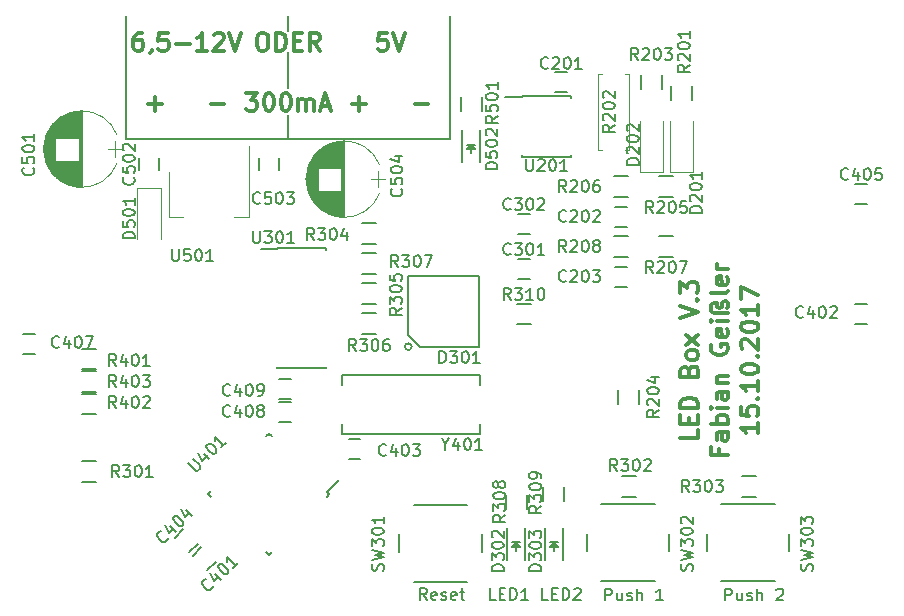
<source format=gto>
G04 #@! TF.FileFunction,Legend,Top*
%FSLAX46Y46*%
G04 Gerber Fmt 4.6, Leading zero omitted, Abs format (unit mm)*
G04 Created by KiCad (PCBNEW 4.0.7) date Monday, 16 October 2017 'AMt' 00:26:45*
%MOMM*%
%LPD*%
G01*
G04 APERTURE LIST*
%ADD10C,0.100000*%
%ADD11C,0.200000*%
%ADD12C,0.300000*%
%ADD13C,0.120000*%
%ADD14C,0.150000*%
G04 APERTURE END LIST*
D10*
D11*
X123120000Y-85386000D02*
X150552000Y-85386000D01*
D12*
X142257715Y-82445143D02*
X143400572Y-82445143D01*
X142829143Y-83016571D02*
X142829143Y-81873714D01*
X147543429Y-82445143D02*
X148686286Y-82445143D01*
X124985715Y-82445143D02*
X126128572Y-82445143D01*
X125557143Y-83016571D02*
X125557143Y-81873714D01*
X130271429Y-82445143D02*
X131414286Y-82445143D01*
D11*
X136836000Y-75226000D02*
X136836000Y-74972000D01*
X136836000Y-76242000D02*
X136836000Y-75226000D01*
X136836000Y-83354000D02*
X136836000Y-85386000D01*
X136836000Y-80560000D02*
X136836000Y-81068000D01*
X150552000Y-74972000D02*
X150552000Y-85386000D01*
X123120000Y-74972000D02*
X123120000Y-85386000D01*
X136836000Y-78020000D02*
X136836000Y-80560000D01*
D12*
X124414287Y-76436571D02*
X124128573Y-76436571D01*
X123985716Y-76508000D01*
X123914287Y-76579429D01*
X123771430Y-76793714D01*
X123700001Y-77079429D01*
X123700001Y-77650857D01*
X123771430Y-77793714D01*
X123842858Y-77865143D01*
X123985716Y-77936571D01*
X124271430Y-77936571D01*
X124414287Y-77865143D01*
X124485716Y-77793714D01*
X124557144Y-77650857D01*
X124557144Y-77293714D01*
X124485716Y-77150857D01*
X124414287Y-77079429D01*
X124271430Y-77008000D01*
X123985716Y-77008000D01*
X123842858Y-77079429D01*
X123771430Y-77150857D01*
X123700001Y-77293714D01*
X125271429Y-77865143D02*
X125271429Y-77936571D01*
X125200001Y-78079429D01*
X125128572Y-78150857D01*
X126628573Y-76436571D02*
X125914287Y-76436571D01*
X125842858Y-77150857D01*
X125914287Y-77079429D01*
X126057144Y-77008000D01*
X126414287Y-77008000D01*
X126557144Y-77079429D01*
X126628573Y-77150857D01*
X126700001Y-77293714D01*
X126700001Y-77650857D01*
X126628573Y-77793714D01*
X126557144Y-77865143D01*
X126414287Y-77936571D01*
X126057144Y-77936571D01*
X125914287Y-77865143D01*
X125842858Y-77793714D01*
X127342858Y-77365143D02*
X128485715Y-77365143D01*
X129985715Y-77936571D02*
X129128572Y-77936571D01*
X129557144Y-77936571D02*
X129557144Y-76436571D01*
X129414287Y-76650857D01*
X129271429Y-76793714D01*
X129128572Y-76865143D01*
X130557143Y-76579429D02*
X130628572Y-76508000D01*
X130771429Y-76436571D01*
X131128572Y-76436571D01*
X131271429Y-76508000D01*
X131342858Y-76579429D01*
X131414286Y-76722286D01*
X131414286Y-76865143D01*
X131342858Y-77079429D01*
X130485715Y-77936571D01*
X131414286Y-77936571D01*
X131842857Y-76436571D02*
X132342857Y-77936571D01*
X132842857Y-76436571D01*
X145186287Y-76436571D02*
X144472001Y-76436571D01*
X144400572Y-77150857D01*
X144472001Y-77079429D01*
X144614858Y-77008000D01*
X144972001Y-77008000D01*
X145114858Y-77079429D01*
X145186287Y-77150857D01*
X145257715Y-77293714D01*
X145257715Y-77650857D01*
X145186287Y-77793714D01*
X145114858Y-77865143D01*
X144972001Y-77936571D01*
X144614858Y-77936571D01*
X144472001Y-77865143D01*
X144400572Y-77793714D01*
X145686286Y-76436571D02*
X146186286Y-77936571D01*
X146686286Y-76436571D01*
X134514571Y-76426571D02*
X134800285Y-76426571D01*
X134943143Y-76498000D01*
X135086000Y-76640857D01*
X135157428Y-76926571D01*
X135157428Y-77426571D01*
X135086000Y-77712286D01*
X134943143Y-77855143D01*
X134800285Y-77926571D01*
X134514571Y-77926571D01*
X134371714Y-77855143D01*
X134228857Y-77712286D01*
X134157428Y-77426571D01*
X134157428Y-76926571D01*
X134228857Y-76640857D01*
X134371714Y-76498000D01*
X134514571Y-76426571D01*
X135800286Y-77926571D02*
X135800286Y-76426571D01*
X136157429Y-76426571D01*
X136371714Y-76498000D01*
X136514572Y-76640857D01*
X136586000Y-76783714D01*
X136657429Y-77069429D01*
X136657429Y-77283714D01*
X136586000Y-77569429D01*
X136514572Y-77712286D01*
X136371714Y-77855143D01*
X136157429Y-77926571D01*
X135800286Y-77926571D01*
X137300286Y-77140857D02*
X137800286Y-77140857D01*
X138014572Y-77926571D02*
X137300286Y-77926571D01*
X137300286Y-76426571D01*
X138014572Y-76426571D01*
X139514572Y-77926571D02*
X139014572Y-77212286D01*
X138657429Y-77926571D02*
X138657429Y-76426571D01*
X139228857Y-76426571D01*
X139371715Y-76498000D01*
X139443143Y-76569429D01*
X139514572Y-76712286D01*
X139514572Y-76926571D01*
X139443143Y-77069429D01*
X139371715Y-77140857D01*
X139228857Y-77212286D01*
X138657429Y-77212286D01*
X133264573Y-81526571D02*
X134193144Y-81526571D01*
X133693144Y-82098000D01*
X133907430Y-82098000D01*
X134050287Y-82169429D01*
X134121716Y-82240857D01*
X134193144Y-82383714D01*
X134193144Y-82740857D01*
X134121716Y-82883714D01*
X134050287Y-82955143D01*
X133907430Y-83026571D01*
X133478858Y-83026571D01*
X133336001Y-82955143D01*
X133264573Y-82883714D01*
X135121715Y-81526571D02*
X135264572Y-81526571D01*
X135407429Y-81598000D01*
X135478858Y-81669429D01*
X135550287Y-81812286D01*
X135621715Y-82098000D01*
X135621715Y-82455143D01*
X135550287Y-82740857D01*
X135478858Y-82883714D01*
X135407429Y-82955143D01*
X135264572Y-83026571D01*
X135121715Y-83026571D01*
X134978858Y-82955143D01*
X134907429Y-82883714D01*
X134836001Y-82740857D01*
X134764572Y-82455143D01*
X134764572Y-82098000D01*
X134836001Y-81812286D01*
X134907429Y-81669429D01*
X134978858Y-81598000D01*
X135121715Y-81526571D01*
X136550286Y-81526571D02*
X136693143Y-81526571D01*
X136836000Y-81598000D01*
X136907429Y-81669429D01*
X136978858Y-81812286D01*
X137050286Y-82098000D01*
X137050286Y-82455143D01*
X136978858Y-82740857D01*
X136907429Y-82883714D01*
X136836000Y-82955143D01*
X136693143Y-83026571D01*
X136550286Y-83026571D01*
X136407429Y-82955143D01*
X136336000Y-82883714D01*
X136264572Y-82740857D01*
X136193143Y-82455143D01*
X136193143Y-82098000D01*
X136264572Y-81812286D01*
X136336000Y-81669429D01*
X136407429Y-81598000D01*
X136550286Y-81526571D01*
X137693143Y-83026571D02*
X137693143Y-82026571D01*
X137693143Y-82169429D02*
X137764571Y-82098000D01*
X137907429Y-82026571D01*
X138121714Y-82026571D01*
X138264571Y-82098000D01*
X138336000Y-82240857D01*
X138336000Y-83026571D01*
X138336000Y-82240857D02*
X138407429Y-82098000D01*
X138550286Y-82026571D01*
X138764571Y-82026571D01*
X138907429Y-82098000D01*
X138978857Y-82240857D01*
X138978857Y-83026571D01*
X139621714Y-82598000D02*
X140336000Y-82598000D01*
X139478857Y-83026571D02*
X139978857Y-81526571D01*
X140478857Y-83026571D01*
X171540571Y-110039142D02*
X171540571Y-110753428D01*
X170040571Y-110753428D01*
X170754857Y-109539142D02*
X170754857Y-109039142D01*
X171540571Y-108824856D02*
X171540571Y-109539142D01*
X170040571Y-109539142D01*
X170040571Y-108824856D01*
X171540571Y-108181999D02*
X170040571Y-108181999D01*
X170040571Y-107824856D01*
X170112000Y-107610571D01*
X170254857Y-107467713D01*
X170397714Y-107396285D01*
X170683429Y-107324856D01*
X170897714Y-107324856D01*
X171183429Y-107396285D01*
X171326286Y-107467713D01*
X171469143Y-107610571D01*
X171540571Y-107824856D01*
X171540571Y-108181999D01*
X170754857Y-105039142D02*
X170826286Y-104824856D01*
X170897714Y-104753428D01*
X171040571Y-104681999D01*
X171254857Y-104681999D01*
X171397714Y-104753428D01*
X171469143Y-104824856D01*
X171540571Y-104967714D01*
X171540571Y-105539142D01*
X170040571Y-105539142D01*
X170040571Y-105039142D01*
X170112000Y-104896285D01*
X170183429Y-104824856D01*
X170326286Y-104753428D01*
X170469143Y-104753428D01*
X170612000Y-104824856D01*
X170683429Y-104896285D01*
X170754857Y-105039142D01*
X170754857Y-105539142D01*
X171540571Y-103824856D02*
X171469143Y-103967714D01*
X171397714Y-104039142D01*
X171254857Y-104110571D01*
X170826286Y-104110571D01*
X170683429Y-104039142D01*
X170612000Y-103967714D01*
X170540571Y-103824856D01*
X170540571Y-103610571D01*
X170612000Y-103467714D01*
X170683429Y-103396285D01*
X170826286Y-103324856D01*
X171254857Y-103324856D01*
X171397714Y-103396285D01*
X171469143Y-103467714D01*
X171540571Y-103610571D01*
X171540571Y-103824856D01*
X171540571Y-102824856D02*
X170540571Y-102039142D01*
X170540571Y-102824856D02*
X171540571Y-102039142D01*
X170040571Y-100539142D02*
X171540571Y-100039142D01*
X170040571Y-99539142D01*
X171397714Y-99039142D02*
X171469143Y-98967714D01*
X171540571Y-99039142D01*
X171469143Y-99110571D01*
X171397714Y-99039142D01*
X171540571Y-99039142D01*
X170040571Y-98467713D02*
X170040571Y-97539142D01*
X170612000Y-98039142D01*
X170612000Y-97824856D01*
X170683429Y-97681999D01*
X170754857Y-97610570D01*
X170897714Y-97539142D01*
X171254857Y-97539142D01*
X171397714Y-97610570D01*
X171469143Y-97681999D01*
X171540571Y-97824856D01*
X171540571Y-98253428D01*
X171469143Y-98396285D01*
X171397714Y-98467713D01*
X173304857Y-111681999D02*
X173304857Y-112181999D01*
X174090571Y-112181999D02*
X172590571Y-112181999D01*
X172590571Y-111467713D01*
X174090571Y-110253428D02*
X173304857Y-110253428D01*
X173162000Y-110324857D01*
X173090571Y-110467714D01*
X173090571Y-110753428D01*
X173162000Y-110896285D01*
X174019143Y-110253428D02*
X174090571Y-110396285D01*
X174090571Y-110753428D01*
X174019143Y-110896285D01*
X173876286Y-110967714D01*
X173733429Y-110967714D01*
X173590571Y-110896285D01*
X173519143Y-110753428D01*
X173519143Y-110396285D01*
X173447714Y-110253428D01*
X174090571Y-109539142D02*
X172590571Y-109539142D01*
X173162000Y-109539142D02*
X173090571Y-109396285D01*
X173090571Y-109110571D01*
X173162000Y-108967714D01*
X173233429Y-108896285D01*
X173376286Y-108824856D01*
X173804857Y-108824856D01*
X173947714Y-108896285D01*
X174019143Y-108967714D01*
X174090571Y-109110571D01*
X174090571Y-109396285D01*
X174019143Y-109539142D01*
X174090571Y-108181999D02*
X173090571Y-108181999D01*
X172590571Y-108181999D02*
X172662000Y-108253428D01*
X172733429Y-108181999D01*
X172662000Y-108110571D01*
X172590571Y-108181999D01*
X172733429Y-108181999D01*
X174090571Y-106824856D02*
X173304857Y-106824856D01*
X173162000Y-106896285D01*
X173090571Y-107039142D01*
X173090571Y-107324856D01*
X173162000Y-107467713D01*
X174019143Y-106824856D02*
X174090571Y-106967713D01*
X174090571Y-107324856D01*
X174019143Y-107467713D01*
X173876286Y-107539142D01*
X173733429Y-107539142D01*
X173590571Y-107467713D01*
X173519143Y-107324856D01*
X173519143Y-106967713D01*
X173447714Y-106824856D01*
X173090571Y-106110570D02*
X174090571Y-106110570D01*
X173233429Y-106110570D02*
X173162000Y-106039142D01*
X173090571Y-105896284D01*
X173090571Y-105681999D01*
X173162000Y-105539142D01*
X173304857Y-105467713D01*
X174090571Y-105467713D01*
X172662000Y-102824856D02*
X172590571Y-102967713D01*
X172590571Y-103181999D01*
X172662000Y-103396284D01*
X172804857Y-103539142D01*
X172947714Y-103610570D01*
X173233429Y-103681999D01*
X173447714Y-103681999D01*
X173733429Y-103610570D01*
X173876286Y-103539142D01*
X174019143Y-103396284D01*
X174090571Y-103181999D01*
X174090571Y-103039142D01*
X174019143Y-102824856D01*
X173947714Y-102753427D01*
X173447714Y-102753427D01*
X173447714Y-103039142D01*
X174019143Y-101539142D02*
X174090571Y-101681999D01*
X174090571Y-101967713D01*
X174019143Y-102110570D01*
X173876286Y-102181999D01*
X173304857Y-102181999D01*
X173162000Y-102110570D01*
X173090571Y-101967713D01*
X173090571Y-101681999D01*
X173162000Y-101539142D01*
X173304857Y-101467713D01*
X173447714Y-101467713D01*
X173590571Y-102181999D01*
X174090571Y-100824856D02*
X173090571Y-100824856D01*
X172590571Y-100824856D02*
X172662000Y-100896285D01*
X172733429Y-100824856D01*
X172662000Y-100753428D01*
X172590571Y-100824856D01*
X172733429Y-100824856D01*
X174090571Y-100110570D02*
X172876286Y-100110570D01*
X172733429Y-100039142D01*
X172662000Y-99967713D01*
X172590571Y-99824856D01*
X172590571Y-99610570D01*
X172662000Y-99467713D01*
X172733429Y-99396284D01*
X172876286Y-99324856D01*
X173090571Y-99324856D01*
X173090571Y-99539142D01*
X173162000Y-99681999D01*
X173304857Y-99753427D01*
X173376286Y-99753427D01*
X173519143Y-99681999D01*
X173590571Y-99539142D01*
X173590571Y-99324856D01*
X173662000Y-99181999D01*
X173804857Y-99110570D01*
X173876286Y-99110570D01*
X174019143Y-99181999D01*
X174090571Y-99324856D01*
X174090571Y-99610570D01*
X174019143Y-99753427D01*
X174090571Y-98253427D02*
X174019143Y-98396285D01*
X173876286Y-98467713D01*
X172590571Y-98467713D01*
X174019143Y-97110571D02*
X174090571Y-97253428D01*
X174090571Y-97539142D01*
X174019143Y-97681999D01*
X173876286Y-97753428D01*
X173304857Y-97753428D01*
X173162000Y-97681999D01*
X173090571Y-97539142D01*
X173090571Y-97253428D01*
X173162000Y-97110571D01*
X173304857Y-97039142D01*
X173447714Y-97039142D01*
X173590571Y-97753428D01*
X174090571Y-96396285D02*
X173090571Y-96396285D01*
X173376286Y-96396285D02*
X173233429Y-96324857D01*
X173162000Y-96253428D01*
X173090571Y-96110571D01*
X173090571Y-95967714D01*
X176640571Y-109467713D02*
X176640571Y-110324856D01*
X176640571Y-109896284D02*
X175140571Y-109896284D01*
X175354857Y-110039141D01*
X175497714Y-110181999D01*
X175569143Y-110324856D01*
X175140571Y-108110570D02*
X175140571Y-108824856D01*
X175854857Y-108896285D01*
X175783429Y-108824856D01*
X175712000Y-108681999D01*
X175712000Y-108324856D01*
X175783429Y-108181999D01*
X175854857Y-108110570D01*
X175997714Y-108039142D01*
X176354857Y-108039142D01*
X176497714Y-108110570D01*
X176569143Y-108181999D01*
X176640571Y-108324856D01*
X176640571Y-108681999D01*
X176569143Y-108824856D01*
X176497714Y-108896285D01*
X176497714Y-107396285D02*
X176569143Y-107324857D01*
X176640571Y-107396285D01*
X176569143Y-107467714D01*
X176497714Y-107396285D01*
X176640571Y-107396285D01*
X176640571Y-105896285D02*
X176640571Y-106753428D01*
X176640571Y-106324856D02*
X175140571Y-106324856D01*
X175354857Y-106467713D01*
X175497714Y-106610571D01*
X175569143Y-106753428D01*
X175140571Y-104967714D02*
X175140571Y-104824857D01*
X175212000Y-104682000D01*
X175283429Y-104610571D01*
X175426286Y-104539142D01*
X175712000Y-104467714D01*
X176069143Y-104467714D01*
X176354857Y-104539142D01*
X176497714Y-104610571D01*
X176569143Y-104682000D01*
X176640571Y-104824857D01*
X176640571Y-104967714D01*
X176569143Y-105110571D01*
X176497714Y-105182000D01*
X176354857Y-105253428D01*
X176069143Y-105324857D01*
X175712000Y-105324857D01*
X175426286Y-105253428D01*
X175283429Y-105182000D01*
X175212000Y-105110571D01*
X175140571Y-104967714D01*
X176497714Y-103824857D02*
X176569143Y-103753429D01*
X176640571Y-103824857D01*
X176569143Y-103896286D01*
X176497714Y-103824857D01*
X176640571Y-103824857D01*
X175283429Y-103182000D02*
X175212000Y-103110571D01*
X175140571Y-102967714D01*
X175140571Y-102610571D01*
X175212000Y-102467714D01*
X175283429Y-102396285D01*
X175426286Y-102324857D01*
X175569143Y-102324857D01*
X175783429Y-102396285D01*
X176640571Y-103253428D01*
X176640571Y-102324857D01*
X175140571Y-101396286D02*
X175140571Y-101253429D01*
X175212000Y-101110572D01*
X175283429Y-101039143D01*
X175426286Y-100967714D01*
X175712000Y-100896286D01*
X176069143Y-100896286D01*
X176354857Y-100967714D01*
X176497714Y-101039143D01*
X176569143Y-101110572D01*
X176640571Y-101253429D01*
X176640571Y-101396286D01*
X176569143Y-101539143D01*
X176497714Y-101610572D01*
X176354857Y-101682000D01*
X176069143Y-101753429D01*
X175712000Y-101753429D01*
X175426286Y-101682000D01*
X175283429Y-101610572D01*
X175212000Y-101539143D01*
X175140571Y-101396286D01*
X176640571Y-99467715D02*
X176640571Y-100324858D01*
X176640571Y-99896286D02*
X175140571Y-99896286D01*
X175354857Y-100039143D01*
X175497714Y-100182001D01*
X175569143Y-100324858D01*
X175140571Y-98967715D02*
X175140571Y-97967715D01*
X176640571Y-98610572D01*
D13*
X169110000Y-83890000D02*
X169110000Y-88190000D01*
X169110000Y-88190000D02*
X171110000Y-88190000D01*
X171110000Y-88190000D02*
X171110000Y-83890000D01*
X166570000Y-83890000D02*
X166570000Y-88190000D01*
X166570000Y-88190000D02*
X168570000Y-88190000D01*
X168570000Y-88190000D02*
X168570000Y-83890000D01*
D14*
X147282843Y-103000000D02*
G75*
G03X147282843Y-103000000I-282843J0D01*
G01*
X153000000Y-97000000D02*
X147000000Y-97000000D01*
X153000000Y-103000000D02*
X153000000Y-97000000D01*
X148000000Y-103000000D02*
X153000000Y-103000000D01*
X147000000Y-102000000D02*
X148000000Y-103000000D01*
X147000000Y-97000000D02*
X147000000Y-102000000D01*
D13*
X126025000Y-93895000D02*
X126025000Y-89595000D01*
X126025000Y-89595000D02*
X124025000Y-89595000D01*
X124025000Y-89595000D02*
X124025000Y-93895000D01*
D14*
X147465000Y-122890000D02*
X151965000Y-122890000D01*
X146215000Y-118890000D02*
X146215000Y-120390000D01*
X151965000Y-116390000D02*
X147465000Y-116390000D01*
X153215000Y-120390000D02*
X153215000Y-118890000D01*
X163340000Y-122835000D02*
X167840000Y-122835000D01*
X162090000Y-118835000D02*
X162090000Y-120335000D01*
X167840000Y-116335000D02*
X163340000Y-116335000D01*
X169090000Y-120335000D02*
X169090000Y-118835000D01*
X173500000Y-122835000D02*
X178000000Y-122835000D01*
X172250000Y-118835000D02*
X172250000Y-120335000D01*
X178000000Y-116335000D02*
X173500000Y-116335000D01*
X179250000Y-120335000D02*
X179250000Y-118835000D01*
X156605000Y-81795000D02*
X156605000Y-81845000D01*
X160755000Y-81795000D02*
X160755000Y-81940000D01*
X160755000Y-86945000D02*
X160755000Y-86800000D01*
X156605000Y-86945000D02*
X156605000Y-86800000D01*
X156605000Y-81795000D02*
X160755000Y-81795000D01*
X156605000Y-86945000D02*
X160755000Y-86945000D01*
X156605000Y-81845000D02*
X155205000Y-81845000D01*
X135890000Y-94690000D02*
X135890000Y-94715000D01*
X140040000Y-94690000D02*
X140040000Y-94795000D01*
X140040000Y-104840000D02*
X140040000Y-104735000D01*
X135890000Y-104840000D02*
X135890000Y-104735000D01*
X135890000Y-94690000D02*
X140040000Y-94690000D01*
X135890000Y-104840000D02*
X140040000Y-104840000D01*
X135890000Y-94715000D02*
X134515000Y-94715000D01*
X141400380Y-110364360D02*
X153099620Y-110364360D01*
X153099620Y-105365640D02*
X141400380Y-105365640D01*
X153099620Y-110364360D02*
X153099620Y-109516000D01*
X153099620Y-105365640D02*
X153099620Y-106214000D01*
X141400380Y-110364360D02*
X141400380Y-109516000D01*
X141400380Y-105365640D02*
X141400380Y-106214000D01*
X140311524Y-115485000D02*
X140152425Y-115325901D01*
X135185000Y-120611524D02*
X134955190Y-120381714D01*
X130058476Y-115485000D02*
X130288286Y-115714810D01*
X135185000Y-110358476D02*
X135414810Y-110588286D01*
X140311524Y-115485000D02*
X140081714Y-115714810D01*
X135185000Y-110358476D02*
X134955190Y-110588286D01*
X130058476Y-115485000D02*
X130288286Y-115255190D01*
X135185000Y-120611524D02*
X135414810Y-120381714D01*
X140152425Y-115325901D02*
X141160052Y-114318274D01*
X159450000Y-81410000D02*
X160450000Y-81410000D01*
X160450000Y-79710000D02*
X159450000Y-79710000D01*
X164530000Y-92840000D02*
X165530000Y-92840000D01*
X165530000Y-91140000D02*
X164530000Y-91140000D01*
X164530000Y-97920000D02*
X165530000Y-97920000D01*
X165530000Y-96220000D02*
X164530000Y-96220000D01*
X157275000Y-95585000D02*
X156275000Y-95585000D01*
X156275000Y-97285000D02*
X157275000Y-97285000D01*
X157275000Y-91775000D02*
X156275000Y-91775000D01*
X156275000Y-93475000D02*
X157275000Y-93475000D01*
X129476513Y-119991406D02*
X128769406Y-120698513D01*
X129971487Y-121900594D02*
X130678594Y-121193487D01*
X185850000Y-99395000D02*
X184850000Y-99395000D01*
X184850000Y-101095000D02*
X185850000Y-101095000D01*
X141940000Y-112525000D02*
X142940000Y-112525000D01*
X142940000Y-110825000D02*
X141940000Y-110825000D01*
X128447487Y-120376594D02*
X129154594Y-119669487D01*
X127952513Y-118467406D02*
X127245406Y-119174513D01*
X185850000Y-89235000D02*
X184850000Y-89235000D01*
X184850000Y-90935000D02*
X185850000Y-90935000D01*
X114365000Y-103635000D02*
X115365000Y-103635000D01*
X115365000Y-101935000D02*
X114365000Y-101935000D01*
X136082000Y-109350000D02*
X137082000Y-109350000D01*
X137082000Y-107650000D02*
X136082000Y-107650000D01*
X136082000Y-107445000D02*
X137082000Y-107445000D01*
X137082000Y-105745000D02*
X136082000Y-105745000D01*
X124175000Y-87045000D02*
X124175000Y-88045000D01*
X125875000Y-88045000D02*
X125875000Y-87045000D01*
X134335000Y-87045000D02*
X134335000Y-88045000D01*
X136035000Y-88045000D02*
X136035000Y-87045000D01*
X155390000Y-118330000D02*
X155390000Y-121030000D01*
X156890000Y-118330000D02*
X156890000Y-121030000D01*
X155990000Y-119830000D02*
X156240000Y-119830000D01*
X156240000Y-119830000D02*
X156090000Y-119680000D01*
X156490000Y-119580000D02*
X155790000Y-119580000D01*
X156140000Y-119930000D02*
X156140000Y-120280000D01*
X156140000Y-119580000D02*
X156490000Y-119930000D01*
X156490000Y-119930000D02*
X155790000Y-119930000D01*
X155790000Y-119930000D02*
X156140000Y-119580000D01*
X158565000Y-118330000D02*
X158565000Y-121030000D01*
X160065000Y-118330000D02*
X160065000Y-121030000D01*
X159165000Y-119830000D02*
X159415000Y-119830000D01*
X159415000Y-119830000D02*
X159265000Y-119680000D01*
X159665000Y-119580000D02*
X158965000Y-119580000D01*
X159315000Y-119930000D02*
X159315000Y-120280000D01*
X159315000Y-119580000D02*
X159665000Y-119930000D01*
X159665000Y-119930000D02*
X158965000Y-119930000D01*
X158965000Y-119930000D02*
X159315000Y-119580000D01*
X164790000Y-107830000D02*
X164790000Y-106630000D01*
X166540000Y-106630000D02*
X166540000Y-107830000D01*
X169440000Y-90325000D02*
X168240000Y-90325000D01*
X168240000Y-88575000D02*
X169440000Y-88575000D01*
X164430000Y-88575000D02*
X165630000Y-88575000D01*
X165630000Y-90325000D02*
X164430000Y-90325000D01*
X168240000Y-93655000D02*
X169440000Y-93655000D01*
X169440000Y-95405000D02*
X168240000Y-95405000D01*
X164430000Y-93655000D02*
X165630000Y-93655000D01*
X165630000Y-95405000D02*
X164430000Y-95405000D01*
X119345000Y-112705000D02*
X120545000Y-112705000D01*
X120545000Y-114455000D02*
X119345000Y-114455000D01*
X165065000Y-113975000D02*
X166265000Y-113975000D01*
X166265000Y-115725000D02*
X165065000Y-115725000D01*
X175225000Y-113975000D02*
X176425000Y-113975000D01*
X176425000Y-115725000D02*
X175225000Y-115725000D01*
X143080000Y-92540000D02*
X144280000Y-92540000D01*
X144280000Y-94290000D02*
X143080000Y-94290000D01*
X143080000Y-97620000D02*
X144280000Y-97620000D01*
X144280000Y-99370000D02*
X143080000Y-99370000D01*
X143080000Y-100160000D02*
X144280000Y-100160000D01*
X144280000Y-101910000D02*
X143080000Y-101910000D01*
X143080000Y-95080000D02*
X144280000Y-95080000D01*
X144280000Y-96830000D02*
X143080000Y-96830000D01*
X157015000Y-115520000D02*
X157015000Y-116720000D01*
X155265000Y-116720000D02*
X155265000Y-115520000D01*
X160190000Y-114885000D02*
X160190000Y-116085000D01*
X158440000Y-116085000D02*
X158440000Y-114885000D01*
X157375000Y-101120000D02*
X156175000Y-101120000D01*
X156175000Y-99370000D02*
X157375000Y-99370000D01*
X119345000Y-103180000D02*
X120545000Y-103180000D01*
X120545000Y-104930000D02*
X119345000Y-104930000D01*
X119345000Y-106990000D02*
X120545000Y-106990000D01*
X120545000Y-108740000D02*
X119345000Y-108740000D01*
X119345000Y-105085000D02*
X120545000Y-105085000D01*
X120545000Y-106835000D02*
X119345000Y-106835000D01*
D13*
X126695000Y-91995000D02*
X127955000Y-91995000D01*
X133515000Y-91995000D02*
X132255000Y-91995000D01*
X126695000Y-88235000D02*
X126695000Y-91995000D01*
X133515000Y-85985000D02*
X133515000Y-91995000D01*
X163415000Y-86310000D02*
X163085000Y-86310000D01*
X163085000Y-86310000D02*
X163085000Y-79890000D01*
X163085000Y-79890000D02*
X163415000Y-79890000D01*
X165375000Y-86310000D02*
X165705000Y-86310000D01*
X165705000Y-86310000D02*
X165705000Y-79890000D01*
X165705000Y-79890000D02*
X165375000Y-79890000D01*
D14*
X169235000Y-82115000D02*
X169235000Y-80915000D01*
X170985000Y-80915000D02*
X170985000Y-82115000D01*
X168445000Y-79960000D02*
X168445000Y-81160000D01*
X166695000Y-81160000D02*
X166695000Y-79960000D01*
X151580000Y-84675000D02*
X151580000Y-87375000D01*
X153080000Y-84675000D02*
X153080000Y-87375000D01*
X152180000Y-86175000D02*
X152430000Y-86175000D01*
X152430000Y-86175000D02*
X152280000Y-86025000D01*
X152680000Y-85925000D02*
X151980000Y-85925000D01*
X152330000Y-86275000D02*
X152330000Y-86625000D01*
X152330000Y-85925000D02*
X152680000Y-86275000D01*
X152680000Y-86275000D02*
X151980000Y-86275000D01*
X151980000Y-86275000D02*
X152330000Y-85925000D01*
X153205000Y-81865000D02*
X153205000Y-83065000D01*
X151455000Y-83065000D02*
X151455000Y-81865000D01*
D13*
X116312180Y-87454136D02*
G75*
G03X122347482Y-87455000I3017820J1179136D01*
G01*
X116312180Y-85095864D02*
G75*
G02X122347482Y-85095000I3017820J-1179136D01*
G01*
X116312180Y-85095864D02*
G75*
G03X116312518Y-87455000I3017820J-1179136D01*
G01*
X119330000Y-89475000D02*
X119330000Y-83075000D01*
X119290000Y-89475000D02*
X119290000Y-83075000D01*
X119250000Y-89475000D02*
X119250000Y-83075000D01*
X119210000Y-89473000D02*
X119210000Y-83077000D01*
X119170000Y-89472000D02*
X119170000Y-83078000D01*
X119130000Y-89469000D02*
X119130000Y-83081000D01*
X119090000Y-89467000D02*
X119090000Y-83083000D01*
X119050000Y-89463000D02*
X119050000Y-87255000D01*
X119050000Y-85295000D02*
X119050000Y-83087000D01*
X119010000Y-89460000D02*
X119010000Y-87255000D01*
X119010000Y-85295000D02*
X119010000Y-83090000D01*
X118970000Y-89455000D02*
X118970000Y-87255000D01*
X118970000Y-85295000D02*
X118970000Y-83095000D01*
X118930000Y-89451000D02*
X118930000Y-87255000D01*
X118930000Y-85295000D02*
X118930000Y-83099000D01*
X118890000Y-89445000D02*
X118890000Y-87255000D01*
X118890000Y-85295000D02*
X118890000Y-83105000D01*
X118850000Y-89440000D02*
X118850000Y-87255000D01*
X118850000Y-85295000D02*
X118850000Y-83110000D01*
X118810000Y-89433000D02*
X118810000Y-87255000D01*
X118810000Y-85295000D02*
X118810000Y-83117000D01*
X118770000Y-89427000D02*
X118770000Y-87255000D01*
X118770000Y-85295000D02*
X118770000Y-83123000D01*
X118730000Y-89419000D02*
X118730000Y-87255000D01*
X118730000Y-85295000D02*
X118730000Y-83131000D01*
X118690000Y-89412000D02*
X118690000Y-87255000D01*
X118690000Y-85295000D02*
X118690000Y-83138000D01*
X118650000Y-89403000D02*
X118650000Y-87255000D01*
X118650000Y-85295000D02*
X118650000Y-83147000D01*
X118609000Y-89394000D02*
X118609000Y-87255000D01*
X118609000Y-85295000D02*
X118609000Y-83156000D01*
X118569000Y-89385000D02*
X118569000Y-87255000D01*
X118569000Y-85295000D02*
X118569000Y-83165000D01*
X118529000Y-89375000D02*
X118529000Y-87255000D01*
X118529000Y-85295000D02*
X118529000Y-83175000D01*
X118489000Y-89365000D02*
X118489000Y-87255000D01*
X118489000Y-85295000D02*
X118489000Y-83185000D01*
X118449000Y-89354000D02*
X118449000Y-87255000D01*
X118449000Y-85295000D02*
X118449000Y-83196000D01*
X118409000Y-89342000D02*
X118409000Y-87255000D01*
X118409000Y-85295000D02*
X118409000Y-83208000D01*
X118369000Y-89330000D02*
X118369000Y-87255000D01*
X118369000Y-85295000D02*
X118369000Y-83220000D01*
X118329000Y-89317000D02*
X118329000Y-87255000D01*
X118329000Y-85295000D02*
X118329000Y-83233000D01*
X118289000Y-89304000D02*
X118289000Y-87255000D01*
X118289000Y-85295000D02*
X118289000Y-83246000D01*
X118249000Y-89290000D02*
X118249000Y-87255000D01*
X118249000Y-85295000D02*
X118249000Y-83260000D01*
X118209000Y-89276000D02*
X118209000Y-87255000D01*
X118209000Y-85295000D02*
X118209000Y-83274000D01*
X118169000Y-89261000D02*
X118169000Y-87255000D01*
X118169000Y-85295000D02*
X118169000Y-83289000D01*
X118129000Y-89245000D02*
X118129000Y-87255000D01*
X118129000Y-85295000D02*
X118129000Y-83305000D01*
X118089000Y-89229000D02*
X118089000Y-87255000D01*
X118089000Y-85295000D02*
X118089000Y-83321000D01*
X118049000Y-89212000D02*
X118049000Y-87255000D01*
X118049000Y-85295000D02*
X118049000Y-83338000D01*
X118009000Y-89194000D02*
X118009000Y-87255000D01*
X118009000Y-85295000D02*
X118009000Y-83356000D01*
X117969000Y-89176000D02*
X117969000Y-87255000D01*
X117969000Y-85295000D02*
X117969000Y-83374000D01*
X117929000Y-89157000D02*
X117929000Y-87255000D01*
X117929000Y-85295000D02*
X117929000Y-83393000D01*
X117889000Y-89138000D02*
X117889000Y-87255000D01*
X117889000Y-85295000D02*
X117889000Y-83412000D01*
X117849000Y-89118000D02*
X117849000Y-87255000D01*
X117849000Y-85295000D02*
X117849000Y-83432000D01*
X117809000Y-89097000D02*
X117809000Y-87255000D01*
X117809000Y-85295000D02*
X117809000Y-83453000D01*
X117769000Y-89075000D02*
X117769000Y-87255000D01*
X117769000Y-85295000D02*
X117769000Y-83475000D01*
X117729000Y-89053000D02*
X117729000Y-87255000D01*
X117729000Y-85295000D02*
X117729000Y-83497000D01*
X117689000Y-89030000D02*
X117689000Y-87255000D01*
X117689000Y-85295000D02*
X117689000Y-83520000D01*
X117649000Y-89006000D02*
X117649000Y-87255000D01*
X117649000Y-85295000D02*
X117649000Y-83544000D01*
X117609000Y-88981000D02*
X117609000Y-87255000D01*
X117609000Y-85295000D02*
X117609000Y-83569000D01*
X117569000Y-88956000D02*
X117569000Y-87255000D01*
X117569000Y-85295000D02*
X117569000Y-83594000D01*
X117529000Y-88929000D02*
X117529000Y-87255000D01*
X117529000Y-85295000D02*
X117529000Y-83621000D01*
X117489000Y-88902000D02*
X117489000Y-87255000D01*
X117489000Y-85295000D02*
X117489000Y-83648000D01*
X117449000Y-88874000D02*
X117449000Y-87255000D01*
X117449000Y-85295000D02*
X117449000Y-83676000D01*
X117409000Y-88845000D02*
X117409000Y-87255000D01*
X117409000Y-85295000D02*
X117409000Y-83705000D01*
X117369000Y-88815000D02*
X117369000Y-87255000D01*
X117369000Y-85295000D02*
X117369000Y-83735000D01*
X117329000Y-88785000D02*
X117329000Y-87255000D01*
X117329000Y-85295000D02*
X117329000Y-83765000D01*
X117289000Y-88753000D02*
X117289000Y-87255000D01*
X117289000Y-85295000D02*
X117289000Y-83797000D01*
X117249000Y-88720000D02*
X117249000Y-87255000D01*
X117249000Y-85295000D02*
X117249000Y-83830000D01*
X117209000Y-88686000D02*
X117209000Y-87255000D01*
X117209000Y-85295000D02*
X117209000Y-83864000D01*
X117169000Y-88650000D02*
X117169000Y-87255000D01*
X117169000Y-85295000D02*
X117169000Y-83900000D01*
X117129000Y-88614000D02*
X117129000Y-87255000D01*
X117129000Y-85295000D02*
X117129000Y-83936000D01*
X117089000Y-88576000D02*
X117089000Y-83974000D01*
X117049000Y-88537000D02*
X117049000Y-84013000D01*
X117009000Y-88497000D02*
X117009000Y-84053000D01*
X116969000Y-88455000D02*
X116969000Y-84095000D01*
X116929000Y-88412000D02*
X116929000Y-84138000D01*
X116889000Y-88367000D02*
X116889000Y-84183000D01*
X116849000Y-88320000D02*
X116849000Y-84230000D01*
X116809000Y-88272000D02*
X116809000Y-84278000D01*
X116769000Y-88221000D02*
X116769000Y-84329000D01*
X116729000Y-88169000D02*
X116729000Y-84381000D01*
X116689000Y-88114000D02*
X116689000Y-84436000D01*
X116649000Y-88056000D02*
X116649000Y-84494000D01*
X116609000Y-87996000D02*
X116609000Y-84554000D01*
X116569000Y-87933000D02*
X116569000Y-84617000D01*
X116529000Y-87866000D02*
X116529000Y-84684000D01*
X116489000Y-87795000D02*
X116489000Y-84755000D01*
X116449000Y-87720000D02*
X116449000Y-84830000D01*
X116409000Y-87639000D02*
X116409000Y-84911000D01*
X116369000Y-87553000D02*
X116369000Y-84997000D01*
X116329000Y-87459000D02*
X116329000Y-85091000D01*
X116289000Y-87356000D02*
X116289000Y-85194000D01*
X116249000Y-87241000D02*
X116249000Y-85309000D01*
X116209000Y-87109000D02*
X116209000Y-85441000D01*
X116169000Y-86951000D02*
X116169000Y-85599000D01*
X116129000Y-86743000D02*
X116129000Y-85807000D01*
X122780000Y-86275000D02*
X121580000Y-86275000D01*
X122180000Y-86925000D02*
X122180000Y-85625000D01*
X138537180Y-89994136D02*
G75*
G03X144572482Y-89995000I3017820J1179136D01*
G01*
X138537180Y-87635864D02*
G75*
G02X144572482Y-87635000I3017820J-1179136D01*
G01*
X138537180Y-87635864D02*
G75*
G03X138537518Y-89995000I3017820J-1179136D01*
G01*
X141555000Y-92015000D02*
X141555000Y-85615000D01*
X141515000Y-92015000D02*
X141515000Y-85615000D01*
X141475000Y-92015000D02*
X141475000Y-85615000D01*
X141435000Y-92013000D02*
X141435000Y-85617000D01*
X141395000Y-92012000D02*
X141395000Y-85618000D01*
X141355000Y-92009000D02*
X141355000Y-85621000D01*
X141315000Y-92007000D02*
X141315000Y-85623000D01*
X141275000Y-92003000D02*
X141275000Y-89795000D01*
X141275000Y-87835000D02*
X141275000Y-85627000D01*
X141235000Y-92000000D02*
X141235000Y-89795000D01*
X141235000Y-87835000D02*
X141235000Y-85630000D01*
X141195000Y-91995000D02*
X141195000Y-89795000D01*
X141195000Y-87835000D02*
X141195000Y-85635000D01*
X141155000Y-91991000D02*
X141155000Y-89795000D01*
X141155000Y-87835000D02*
X141155000Y-85639000D01*
X141115000Y-91985000D02*
X141115000Y-89795000D01*
X141115000Y-87835000D02*
X141115000Y-85645000D01*
X141075000Y-91980000D02*
X141075000Y-89795000D01*
X141075000Y-87835000D02*
X141075000Y-85650000D01*
X141035000Y-91973000D02*
X141035000Y-89795000D01*
X141035000Y-87835000D02*
X141035000Y-85657000D01*
X140995000Y-91967000D02*
X140995000Y-89795000D01*
X140995000Y-87835000D02*
X140995000Y-85663000D01*
X140955000Y-91959000D02*
X140955000Y-89795000D01*
X140955000Y-87835000D02*
X140955000Y-85671000D01*
X140915000Y-91952000D02*
X140915000Y-89795000D01*
X140915000Y-87835000D02*
X140915000Y-85678000D01*
X140875000Y-91943000D02*
X140875000Y-89795000D01*
X140875000Y-87835000D02*
X140875000Y-85687000D01*
X140834000Y-91934000D02*
X140834000Y-89795000D01*
X140834000Y-87835000D02*
X140834000Y-85696000D01*
X140794000Y-91925000D02*
X140794000Y-89795000D01*
X140794000Y-87835000D02*
X140794000Y-85705000D01*
X140754000Y-91915000D02*
X140754000Y-89795000D01*
X140754000Y-87835000D02*
X140754000Y-85715000D01*
X140714000Y-91905000D02*
X140714000Y-89795000D01*
X140714000Y-87835000D02*
X140714000Y-85725000D01*
X140674000Y-91894000D02*
X140674000Y-89795000D01*
X140674000Y-87835000D02*
X140674000Y-85736000D01*
X140634000Y-91882000D02*
X140634000Y-89795000D01*
X140634000Y-87835000D02*
X140634000Y-85748000D01*
X140594000Y-91870000D02*
X140594000Y-89795000D01*
X140594000Y-87835000D02*
X140594000Y-85760000D01*
X140554000Y-91857000D02*
X140554000Y-89795000D01*
X140554000Y-87835000D02*
X140554000Y-85773000D01*
X140514000Y-91844000D02*
X140514000Y-89795000D01*
X140514000Y-87835000D02*
X140514000Y-85786000D01*
X140474000Y-91830000D02*
X140474000Y-89795000D01*
X140474000Y-87835000D02*
X140474000Y-85800000D01*
X140434000Y-91816000D02*
X140434000Y-89795000D01*
X140434000Y-87835000D02*
X140434000Y-85814000D01*
X140394000Y-91801000D02*
X140394000Y-89795000D01*
X140394000Y-87835000D02*
X140394000Y-85829000D01*
X140354000Y-91785000D02*
X140354000Y-89795000D01*
X140354000Y-87835000D02*
X140354000Y-85845000D01*
X140314000Y-91769000D02*
X140314000Y-89795000D01*
X140314000Y-87835000D02*
X140314000Y-85861000D01*
X140274000Y-91752000D02*
X140274000Y-89795000D01*
X140274000Y-87835000D02*
X140274000Y-85878000D01*
X140234000Y-91734000D02*
X140234000Y-89795000D01*
X140234000Y-87835000D02*
X140234000Y-85896000D01*
X140194000Y-91716000D02*
X140194000Y-89795000D01*
X140194000Y-87835000D02*
X140194000Y-85914000D01*
X140154000Y-91697000D02*
X140154000Y-89795000D01*
X140154000Y-87835000D02*
X140154000Y-85933000D01*
X140114000Y-91678000D02*
X140114000Y-89795000D01*
X140114000Y-87835000D02*
X140114000Y-85952000D01*
X140074000Y-91658000D02*
X140074000Y-89795000D01*
X140074000Y-87835000D02*
X140074000Y-85972000D01*
X140034000Y-91637000D02*
X140034000Y-89795000D01*
X140034000Y-87835000D02*
X140034000Y-85993000D01*
X139994000Y-91615000D02*
X139994000Y-89795000D01*
X139994000Y-87835000D02*
X139994000Y-86015000D01*
X139954000Y-91593000D02*
X139954000Y-89795000D01*
X139954000Y-87835000D02*
X139954000Y-86037000D01*
X139914000Y-91570000D02*
X139914000Y-89795000D01*
X139914000Y-87835000D02*
X139914000Y-86060000D01*
X139874000Y-91546000D02*
X139874000Y-89795000D01*
X139874000Y-87835000D02*
X139874000Y-86084000D01*
X139834000Y-91521000D02*
X139834000Y-89795000D01*
X139834000Y-87835000D02*
X139834000Y-86109000D01*
X139794000Y-91496000D02*
X139794000Y-89795000D01*
X139794000Y-87835000D02*
X139794000Y-86134000D01*
X139754000Y-91469000D02*
X139754000Y-89795000D01*
X139754000Y-87835000D02*
X139754000Y-86161000D01*
X139714000Y-91442000D02*
X139714000Y-89795000D01*
X139714000Y-87835000D02*
X139714000Y-86188000D01*
X139674000Y-91414000D02*
X139674000Y-89795000D01*
X139674000Y-87835000D02*
X139674000Y-86216000D01*
X139634000Y-91385000D02*
X139634000Y-89795000D01*
X139634000Y-87835000D02*
X139634000Y-86245000D01*
X139594000Y-91355000D02*
X139594000Y-89795000D01*
X139594000Y-87835000D02*
X139594000Y-86275000D01*
X139554000Y-91325000D02*
X139554000Y-89795000D01*
X139554000Y-87835000D02*
X139554000Y-86305000D01*
X139514000Y-91293000D02*
X139514000Y-89795000D01*
X139514000Y-87835000D02*
X139514000Y-86337000D01*
X139474000Y-91260000D02*
X139474000Y-89795000D01*
X139474000Y-87835000D02*
X139474000Y-86370000D01*
X139434000Y-91226000D02*
X139434000Y-89795000D01*
X139434000Y-87835000D02*
X139434000Y-86404000D01*
X139394000Y-91190000D02*
X139394000Y-89795000D01*
X139394000Y-87835000D02*
X139394000Y-86440000D01*
X139354000Y-91154000D02*
X139354000Y-89795000D01*
X139354000Y-87835000D02*
X139354000Y-86476000D01*
X139314000Y-91116000D02*
X139314000Y-86514000D01*
X139274000Y-91077000D02*
X139274000Y-86553000D01*
X139234000Y-91037000D02*
X139234000Y-86593000D01*
X139194000Y-90995000D02*
X139194000Y-86635000D01*
X139154000Y-90952000D02*
X139154000Y-86678000D01*
X139114000Y-90907000D02*
X139114000Y-86723000D01*
X139074000Y-90860000D02*
X139074000Y-86770000D01*
X139034000Y-90812000D02*
X139034000Y-86818000D01*
X138994000Y-90761000D02*
X138994000Y-86869000D01*
X138954000Y-90709000D02*
X138954000Y-86921000D01*
X138914000Y-90654000D02*
X138914000Y-86976000D01*
X138874000Y-90596000D02*
X138874000Y-87034000D01*
X138834000Y-90536000D02*
X138834000Y-87094000D01*
X138794000Y-90473000D02*
X138794000Y-87157000D01*
X138754000Y-90406000D02*
X138754000Y-87224000D01*
X138714000Y-90335000D02*
X138714000Y-87295000D01*
X138674000Y-90260000D02*
X138674000Y-87370000D01*
X138634000Y-90179000D02*
X138634000Y-87451000D01*
X138594000Y-90093000D02*
X138594000Y-87537000D01*
X138554000Y-89999000D02*
X138554000Y-87631000D01*
X138514000Y-89896000D02*
X138514000Y-87734000D01*
X138474000Y-89781000D02*
X138474000Y-87849000D01*
X138434000Y-89649000D02*
X138434000Y-87981000D01*
X138394000Y-89491000D02*
X138394000Y-88139000D01*
X138354000Y-89283000D02*
X138354000Y-88347000D01*
X145005000Y-88815000D02*
X143805000Y-88815000D01*
X144405000Y-89465000D02*
X144405000Y-88165000D01*
D14*
X171832381Y-91648476D02*
X170832381Y-91648476D01*
X170832381Y-91410381D01*
X170880000Y-91267523D01*
X170975238Y-91172285D01*
X171070476Y-91124666D01*
X171260952Y-91077047D01*
X171403810Y-91077047D01*
X171594286Y-91124666D01*
X171689524Y-91172285D01*
X171784762Y-91267523D01*
X171832381Y-91410381D01*
X171832381Y-91648476D01*
X170927619Y-90696095D02*
X170880000Y-90648476D01*
X170832381Y-90553238D01*
X170832381Y-90315142D01*
X170880000Y-90219904D01*
X170927619Y-90172285D01*
X171022857Y-90124666D01*
X171118095Y-90124666D01*
X171260952Y-90172285D01*
X171832381Y-90743714D01*
X171832381Y-90124666D01*
X170832381Y-89505619D02*
X170832381Y-89410380D01*
X170880000Y-89315142D01*
X170927619Y-89267523D01*
X171022857Y-89219904D01*
X171213333Y-89172285D01*
X171451429Y-89172285D01*
X171641905Y-89219904D01*
X171737143Y-89267523D01*
X171784762Y-89315142D01*
X171832381Y-89410380D01*
X171832381Y-89505619D01*
X171784762Y-89600857D01*
X171737143Y-89648476D01*
X171641905Y-89696095D01*
X171451429Y-89743714D01*
X171213333Y-89743714D01*
X171022857Y-89696095D01*
X170927619Y-89648476D01*
X170880000Y-89600857D01*
X170832381Y-89505619D01*
X171832381Y-88219904D02*
X171832381Y-88791333D01*
X171832381Y-88505619D02*
X170832381Y-88505619D01*
X170975238Y-88600857D01*
X171070476Y-88696095D01*
X171118095Y-88791333D01*
X166498381Y-87584476D02*
X165498381Y-87584476D01*
X165498381Y-87346381D01*
X165546000Y-87203523D01*
X165641238Y-87108285D01*
X165736476Y-87060666D01*
X165926952Y-87013047D01*
X166069810Y-87013047D01*
X166260286Y-87060666D01*
X166355524Y-87108285D01*
X166450762Y-87203523D01*
X166498381Y-87346381D01*
X166498381Y-87584476D01*
X165593619Y-86632095D02*
X165546000Y-86584476D01*
X165498381Y-86489238D01*
X165498381Y-86251142D01*
X165546000Y-86155904D01*
X165593619Y-86108285D01*
X165688857Y-86060666D01*
X165784095Y-86060666D01*
X165926952Y-86108285D01*
X166498381Y-86679714D01*
X166498381Y-86060666D01*
X165498381Y-85441619D02*
X165498381Y-85346380D01*
X165546000Y-85251142D01*
X165593619Y-85203523D01*
X165688857Y-85155904D01*
X165879333Y-85108285D01*
X166117429Y-85108285D01*
X166307905Y-85155904D01*
X166403143Y-85203523D01*
X166450762Y-85251142D01*
X166498381Y-85346380D01*
X166498381Y-85441619D01*
X166450762Y-85536857D01*
X166403143Y-85584476D01*
X166307905Y-85632095D01*
X166117429Y-85679714D01*
X165879333Y-85679714D01*
X165688857Y-85632095D01*
X165593619Y-85584476D01*
X165546000Y-85536857D01*
X165498381Y-85441619D01*
X165593619Y-84727333D02*
X165546000Y-84679714D01*
X165498381Y-84584476D01*
X165498381Y-84346380D01*
X165546000Y-84251142D01*
X165593619Y-84203523D01*
X165688857Y-84155904D01*
X165784095Y-84155904D01*
X165926952Y-84203523D01*
X166498381Y-84774952D01*
X166498381Y-84155904D01*
X149623524Y-104380381D02*
X149623524Y-103380381D01*
X149861619Y-103380381D01*
X150004477Y-103428000D01*
X150099715Y-103523238D01*
X150147334Y-103618476D01*
X150194953Y-103808952D01*
X150194953Y-103951810D01*
X150147334Y-104142286D01*
X150099715Y-104237524D01*
X150004477Y-104332762D01*
X149861619Y-104380381D01*
X149623524Y-104380381D01*
X150528286Y-103380381D02*
X151147334Y-103380381D01*
X150814000Y-103761333D01*
X150956858Y-103761333D01*
X151052096Y-103808952D01*
X151099715Y-103856571D01*
X151147334Y-103951810D01*
X151147334Y-104189905D01*
X151099715Y-104285143D01*
X151052096Y-104332762D01*
X150956858Y-104380381D01*
X150671143Y-104380381D01*
X150575905Y-104332762D01*
X150528286Y-104285143D01*
X151766381Y-103380381D02*
X151861620Y-103380381D01*
X151956858Y-103428000D01*
X152004477Y-103475619D01*
X152052096Y-103570857D01*
X152099715Y-103761333D01*
X152099715Y-103999429D01*
X152052096Y-104189905D01*
X152004477Y-104285143D01*
X151956858Y-104332762D01*
X151861620Y-104380381D01*
X151766381Y-104380381D01*
X151671143Y-104332762D01*
X151623524Y-104285143D01*
X151575905Y-104189905D01*
X151528286Y-103999429D01*
X151528286Y-103761333D01*
X151575905Y-103570857D01*
X151623524Y-103475619D01*
X151671143Y-103428000D01*
X151766381Y-103380381D01*
X153052096Y-104380381D02*
X152480667Y-104380381D01*
X152766381Y-104380381D02*
X152766381Y-103380381D01*
X152671143Y-103523238D01*
X152575905Y-103618476D01*
X152480667Y-103666095D01*
X123826381Y-93835476D02*
X122826381Y-93835476D01*
X122826381Y-93597381D01*
X122874000Y-93454523D01*
X122969238Y-93359285D01*
X123064476Y-93311666D01*
X123254952Y-93264047D01*
X123397810Y-93264047D01*
X123588286Y-93311666D01*
X123683524Y-93359285D01*
X123778762Y-93454523D01*
X123826381Y-93597381D01*
X123826381Y-93835476D01*
X122826381Y-92359285D02*
X122826381Y-92835476D01*
X123302571Y-92883095D01*
X123254952Y-92835476D01*
X123207333Y-92740238D01*
X123207333Y-92502142D01*
X123254952Y-92406904D01*
X123302571Y-92359285D01*
X123397810Y-92311666D01*
X123635905Y-92311666D01*
X123731143Y-92359285D01*
X123778762Y-92406904D01*
X123826381Y-92502142D01*
X123826381Y-92740238D01*
X123778762Y-92835476D01*
X123731143Y-92883095D01*
X122826381Y-91692619D02*
X122826381Y-91597380D01*
X122874000Y-91502142D01*
X122921619Y-91454523D01*
X123016857Y-91406904D01*
X123207333Y-91359285D01*
X123445429Y-91359285D01*
X123635905Y-91406904D01*
X123731143Y-91454523D01*
X123778762Y-91502142D01*
X123826381Y-91597380D01*
X123826381Y-91692619D01*
X123778762Y-91787857D01*
X123731143Y-91835476D01*
X123635905Y-91883095D01*
X123445429Y-91930714D01*
X123207333Y-91930714D01*
X123016857Y-91883095D01*
X122921619Y-91835476D01*
X122874000Y-91787857D01*
X122826381Y-91692619D01*
X123826381Y-90406904D02*
X123826381Y-90978333D01*
X123826381Y-90692619D02*
X122826381Y-90692619D01*
X122969238Y-90787857D01*
X123064476Y-90883095D01*
X123112095Y-90978333D01*
X144860762Y-121961714D02*
X144908381Y-121818857D01*
X144908381Y-121580761D01*
X144860762Y-121485523D01*
X144813143Y-121437904D01*
X144717905Y-121390285D01*
X144622667Y-121390285D01*
X144527429Y-121437904D01*
X144479810Y-121485523D01*
X144432190Y-121580761D01*
X144384571Y-121771238D01*
X144336952Y-121866476D01*
X144289333Y-121914095D01*
X144194095Y-121961714D01*
X144098857Y-121961714D01*
X144003619Y-121914095D01*
X143956000Y-121866476D01*
X143908381Y-121771238D01*
X143908381Y-121533142D01*
X143956000Y-121390285D01*
X143908381Y-121056952D02*
X144908381Y-120818857D01*
X144194095Y-120628380D01*
X144908381Y-120437904D01*
X143908381Y-120199809D01*
X143908381Y-119914095D02*
X143908381Y-119295047D01*
X144289333Y-119628381D01*
X144289333Y-119485523D01*
X144336952Y-119390285D01*
X144384571Y-119342666D01*
X144479810Y-119295047D01*
X144717905Y-119295047D01*
X144813143Y-119342666D01*
X144860762Y-119390285D01*
X144908381Y-119485523D01*
X144908381Y-119771238D01*
X144860762Y-119866476D01*
X144813143Y-119914095D01*
X143908381Y-118676000D02*
X143908381Y-118580761D01*
X143956000Y-118485523D01*
X144003619Y-118437904D01*
X144098857Y-118390285D01*
X144289333Y-118342666D01*
X144527429Y-118342666D01*
X144717905Y-118390285D01*
X144813143Y-118437904D01*
X144860762Y-118485523D01*
X144908381Y-118580761D01*
X144908381Y-118676000D01*
X144860762Y-118771238D01*
X144813143Y-118818857D01*
X144717905Y-118866476D01*
X144527429Y-118914095D01*
X144289333Y-118914095D01*
X144098857Y-118866476D01*
X144003619Y-118818857D01*
X143956000Y-118771238D01*
X143908381Y-118676000D01*
X144908381Y-117390285D02*
X144908381Y-117961714D01*
X144908381Y-117676000D02*
X143908381Y-117676000D01*
X144051238Y-117771238D01*
X144146476Y-117866476D01*
X144194095Y-117961714D01*
X148551905Y-124446381D02*
X148218571Y-123970190D01*
X147980476Y-124446381D02*
X147980476Y-123446381D01*
X148361429Y-123446381D01*
X148456667Y-123494000D01*
X148504286Y-123541619D01*
X148551905Y-123636857D01*
X148551905Y-123779714D01*
X148504286Y-123874952D01*
X148456667Y-123922571D01*
X148361429Y-123970190D01*
X147980476Y-123970190D01*
X149361429Y-124398762D02*
X149266191Y-124446381D01*
X149075714Y-124446381D01*
X148980476Y-124398762D01*
X148932857Y-124303524D01*
X148932857Y-123922571D01*
X148980476Y-123827333D01*
X149075714Y-123779714D01*
X149266191Y-123779714D01*
X149361429Y-123827333D01*
X149409048Y-123922571D01*
X149409048Y-124017810D01*
X148932857Y-124113048D01*
X149790000Y-124398762D02*
X149885238Y-124446381D01*
X150075714Y-124446381D01*
X150170953Y-124398762D01*
X150218572Y-124303524D01*
X150218572Y-124255905D01*
X150170953Y-124160667D01*
X150075714Y-124113048D01*
X149932857Y-124113048D01*
X149837619Y-124065429D01*
X149790000Y-123970190D01*
X149790000Y-123922571D01*
X149837619Y-123827333D01*
X149932857Y-123779714D01*
X150075714Y-123779714D01*
X150170953Y-123827333D01*
X151028096Y-124398762D02*
X150932858Y-124446381D01*
X150742381Y-124446381D01*
X150647143Y-124398762D01*
X150599524Y-124303524D01*
X150599524Y-123922571D01*
X150647143Y-123827333D01*
X150742381Y-123779714D01*
X150932858Y-123779714D01*
X151028096Y-123827333D01*
X151075715Y-123922571D01*
X151075715Y-124017810D01*
X150599524Y-124113048D01*
X151361429Y-123779714D02*
X151742381Y-123779714D01*
X151504286Y-123446381D02*
X151504286Y-124303524D01*
X151551905Y-124398762D01*
X151647143Y-124446381D01*
X151742381Y-124446381D01*
X171022762Y-121961714D02*
X171070381Y-121818857D01*
X171070381Y-121580761D01*
X171022762Y-121485523D01*
X170975143Y-121437904D01*
X170879905Y-121390285D01*
X170784667Y-121390285D01*
X170689429Y-121437904D01*
X170641810Y-121485523D01*
X170594190Y-121580761D01*
X170546571Y-121771238D01*
X170498952Y-121866476D01*
X170451333Y-121914095D01*
X170356095Y-121961714D01*
X170260857Y-121961714D01*
X170165619Y-121914095D01*
X170118000Y-121866476D01*
X170070381Y-121771238D01*
X170070381Y-121533142D01*
X170118000Y-121390285D01*
X170070381Y-121056952D02*
X171070381Y-120818857D01*
X170356095Y-120628380D01*
X171070381Y-120437904D01*
X170070381Y-120199809D01*
X170070381Y-119914095D02*
X170070381Y-119295047D01*
X170451333Y-119628381D01*
X170451333Y-119485523D01*
X170498952Y-119390285D01*
X170546571Y-119342666D01*
X170641810Y-119295047D01*
X170879905Y-119295047D01*
X170975143Y-119342666D01*
X171022762Y-119390285D01*
X171070381Y-119485523D01*
X171070381Y-119771238D01*
X171022762Y-119866476D01*
X170975143Y-119914095D01*
X170070381Y-118676000D02*
X170070381Y-118580761D01*
X170118000Y-118485523D01*
X170165619Y-118437904D01*
X170260857Y-118390285D01*
X170451333Y-118342666D01*
X170689429Y-118342666D01*
X170879905Y-118390285D01*
X170975143Y-118437904D01*
X171022762Y-118485523D01*
X171070381Y-118580761D01*
X171070381Y-118676000D01*
X171022762Y-118771238D01*
X170975143Y-118818857D01*
X170879905Y-118866476D01*
X170689429Y-118914095D01*
X170451333Y-118914095D01*
X170260857Y-118866476D01*
X170165619Y-118818857D01*
X170118000Y-118771238D01*
X170070381Y-118676000D01*
X170165619Y-117961714D02*
X170118000Y-117914095D01*
X170070381Y-117818857D01*
X170070381Y-117580761D01*
X170118000Y-117485523D01*
X170165619Y-117437904D01*
X170260857Y-117390285D01*
X170356095Y-117390285D01*
X170498952Y-117437904D01*
X171070381Y-118009333D01*
X171070381Y-117390285D01*
X163661428Y-124487381D02*
X163661428Y-123487381D01*
X164042381Y-123487381D01*
X164137619Y-123535000D01*
X164185238Y-123582619D01*
X164232857Y-123677857D01*
X164232857Y-123820714D01*
X164185238Y-123915952D01*
X164137619Y-123963571D01*
X164042381Y-124011190D01*
X163661428Y-124011190D01*
X165090000Y-123820714D02*
X165090000Y-124487381D01*
X164661428Y-123820714D02*
X164661428Y-124344524D01*
X164709047Y-124439762D01*
X164804285Y-124487381D01*
X164947143Y-124487381D01*
X165042381Y-124439762D01*
X165090000Y-124392143D01*
X165518571Y-124439762D02*
X165613809Y-124487381D01*
X165804285Y-124487381D01*
X165899524Y-124439762D01*
X165947143Y-124344524D01*
X165947143Y-124296905D01*
X165899524Y-124201667D01*
X165804285Y-124154048D01*
X165661428Y-124154048D01*
X165566190Y-124106429D01*
X165518571Y-124011190D01*
X165518571Y-123963571D01*
X165566190Y-123868333D01*
X165661428Y-123820714D01*
X165804285Y-123820714D01*
X165899524Y-123868333D01*
X166375714Y-124487381D02*
X166375714Y-123487381D01*
X166804286Y-124487381D02*
X166804286Y-123963571D01*
X166756667Y-123868333D01*
X166661429Y-123820714D01*
X166518571Y-123820714D01*
X166423333Y-123868333D01*
X166375714Y-123915952D01*
X168566191Y-124487381D02*
X167994762Y-124487381D01*
X168280476Y-124487381D02*
X168280476Y-123487381D01*
X168185238Y-123630238D01*
X168090000Y-123725476D01*
X167994762Y-123773095D01*
X181182762Y-121961714D02*
X181230381Y-121818857D01*
X181230381Y-121580761D01*
X181182762Y-121485523D01*
X181135143Y-121437904D01*
X181039905Y-121390285D01*
X180944667Y-121390285D01*
X180849429Y-121437904D01*
X180801810Y-121485523D01*
X180754190Y-121580761D01*
X180706571Y-121771238D01*
X180658952Y-121866476D01*
X180611333Y-121914095D01*
X180516095Y-121961714D01*
X180420857Y-121961714D01*
X180325619Y-121914095D01*
X180278000Y-121866476D01*
X180230381Y-121771238D01*
X180230381Y-121533142D01*
X180278000Y-121390285D01*
X180230381Y-121056952D02*
X181230381Y-120818857D01*
X180516095Y-120628380D01*
X181230381Y-120437904D01*
X180230381Y-120199809D01*
X180230381Y-119914095D02*
X180230381Y-119295047D01*
X180611333Y-119628381D01*
X180611333Y-119485523D01*
X180658952Y-119390285D01*
X180706571Y-119342666D01*
X180801810Y-119295047D01*
X181039905Y-119295047D01*
X181135143Y-119342666D01*
X181182762Y-119390285D01*
X181230381Y-119485523D01*
X181230381Y-119771238D01*
X181182762Y-119866476D01*
X181135143Y-119914095D01*
X180230381Y-118676000D02*
X180230381Y-118580761D01*
X180278000Y-118485523D01*
X180325619Y-118437904D01*
X180420857Y-118390285D01*
X180611333Y-118342666D01*
X180849429Y-118342666D01*
X181039905Y-118390285D01*
X181135143Y-118437904D01*
X181182762Y-118485523D01*
X181230381Y-118580761D01*
X181230381Y-118676000D01*
X181182762Y-118771238D01*
X181135143Y-118818857D01*
X181039905Y-118866476D01*
X180849429Y-118914095D01*
X180611333Y-118914095D01*
X180420857Y-118866476D01*
X180325619Y-118818857D01*
X180278000Y-118771238D01*
X180230381Y-118676000D01*
X180230381Y-118009333D02*
X180230381Y-117390285D01*
X180611333Y-117723619D01*
X180611333Y-117580761D01*
X180658952Y-117485523D01*
X180706571Y-117437904D01*
X180801810Y-117390285D01*
X181039905Y-117390285D01*
X181135143Y-117437904D01*
X181182762Y-117485523D01*
X181230381Y-117580761D01*
X181230381Y-117866476D01*
X181182762Y-117961714D01*
X181135143Y-118009333D01*
X173821428Y-124487381D02*
X173821428Y-123487381D01*
X174202381Y-123487381D01*
X174297619Y-123535000D01*
X174345238Y-123582619D01*
X174392857Y-123677857D01*
X174392857Y-123820714D01*
X174345238Y-123915952D01*
X174297619Y-123963571D01*
X174202381Y-124011190D01*
X173821428Y-124011190D01*
X175250000Y-123820714D02*
X175250000Y-124487381D01*
X174821428Y-123820714D02*
X174821428Y-124344524D01*
X174869047Y-124439762D01*
X174964285Y-124487381D01*
X175107143Y-124487381D01*
X175202381Y-124439762D01*
X175250000Y-124392143D01*
X175678571Y-124439762D02*
X175773809Y-124487381D01*
X175964285Y-124487381D01*
X176059524Y-124439762D01*
X176107143Y-124344524D01*
X176107143Y-124296905D01*
X176059524Y-124201667D01*
X175964285Y-124154048D01*
X175821428Y-124154048D01*
X175726190Y-124106429D01*
X175678571Y-124011190D01*
X175678571Y-123963571D01*
X175726190Y-123868333D01*
X175821428Y-123820714D01*
X175964285Y-123820714D01*
X176059524Y-123868333D01*
X176535714Y-124487381D02*
X176535714Y-123487381D01*
X176964286Y-124487381D02*
X176964286Y-123963571D01*
X176916667Y-123868333D01*
X176821429Y-123820714D01*
X176678571Y-123820714D01*
X176583333Y-123868333D01*
X176535714Y-123915952D01*
X178154762Y-123582619D02*
X178202381Y-123535000D01*
X178297619Y-123487381D01*
X178535715Y-123487381D01*
X178630953Y-123535000D01*
X178678572Y-123582619D01*
X178726191Y-123677857D01*
X178726191Y-123773095D01*
X178678572Y-123915952D01*
X178107143Y-124487381D01*
X178726191Y-124487381D01*
X156965714Y-87124381D02*
X156965714Y-87933905D01*
X157013333Y-88029143D01*
X157060952Y-88076762D01*
X157156190Y-88124381D01*
X157346667Y-88124381D01*
X157441905Y-88076762D01*
X157489524Y-88029143D01*
X157537143Y-87933905D01*
X157537143Y-87124381D01*
X157965714Y-87219619D02*
X158013333Y-87172000D01*
X158108571Y-87124381D01*
X158346667Y-87124381D01*
X158441905Y-87172000D01*
X158489524Y-87219619D01*
X158537143Y-87314857D01*
X158537143Y-87410095D01*
X158489524Y-87552952D01*
X157918095Y-88124381D01*
X158537143Y-88124381D01*
X159156190Y-87124381D02*
X159251429Y-87124381D01*
X159346667Y-87172000D01*
X159394286Y-87219619D01*
X159441905Y-87314857D01*
X159489524Y-87505333D01*
X159489524Y-87743429D01*
X159441905Y-87933905D01*
X159394286Y-88029143D01*
X159346667Y-88076762D01*
X159251429Y-88124381D01*
X159156190Y-88124381D01*
X159060952Y-88076762D01*
X159013333Y-88029143D01*
X158965714Y-87933905D01*
X158918095Y-87743429D01*
X158918095Y-87505333D01*
X158965714Y-87314857D01*
X159013333Y-87219619D01*
X159060952Y-87172000D01*
X159156190Y-87124381D01*
X160441905Y-88124381D02*
X159870476Y-88124381D01*
X160156190Y-88124381D02*
X160156190Y-87124381D01*
X160060952Y-87267238D01*
X159965714Y-87362476D01*
X159870476Y-87410095D01*
X133851714Y-93217381D02*
X133851714Y-94026905D01*
X133899333Y-94122143D01*
X133946952Y-94169762D01*
X134042190Y-94217381D01*
X134232667Y-94217381D01*
X134327905Y-94169762D01*
X134375524Y-94122143D01*
X134423143Y-94026905D01*
X134423143Y-93217381D01*
X134804095Y-93217381D02*
X135423143Y-93217381D01*
X135089809Y-93598333D01*
X135232667Y-93598333D01*
X135327905Y-93645952D01*
X135375524Y-93693571D01*
X135423143Y-93788810D01*
X135423143Y-94026905D01*
X135375524Y-94122143D01*
X135327905Y-94169762D01*
X135232667Y-94217381D01*
X134946952Y-94217381D01*
X134851714Y-94169762D01*
X134804095Y-94122143D01*
X136042190Y-93217381D02*
X136137429Y-93217381D01*
X136232667Y-93265000D01*
X136280286Y-93312619D01*
X136327905Y-93407857D01*
X136375524Y-93598333D01*
X136375524Y-93836429D01*
X136327905Y-94026905D01*
X136280286Y-94122143D01*
X136232667Y-94169762D01*
X136137429Y-94217381D01*
X136042190Y-94217381D01*
X135946952Y-94169762D01*
X135899333Y-94122143D01*
X135851714Y-94026905D01*
X135804095Y-93836429D01*
X135804095Y-93598333D01*
X135851714Y-93407857D01*
X135899333Y-93312619D01*
X135946952Y-93265000D01*
X136042190Y-93217381D01*
X137327905Y-94217381D02*
X136756476Y-94217381D01*
X137042190Y-94217381D02*
X137042190Y-93217381D01*
X136946952Y-93360238D01*
X136851714Y-93455476D01*
X136756476Y-93503095D01*
X150139428Y-111270190D02*
X150139428Y-111746381D01*
X149806095Y-110746381D02*
X150139428Y-111270190D01*
X150472762Y-110746381D01*
X151234667Y-111079714D02*
X151234667Y-111746381D01*
X150996571Y-110698762D02*
X150758476Y-111413048D01*
X151377524Y-111413048D01*
X151948952Y-110746381D02*
X152044191Y-110746381D01*
X152139429Y-110794000D01*
X152187048Y-110841619D01*
X152234667Y-110936857D01*
X152282286Y-111127333D01*
X152282286Y-111365429D01*
X152234667Y-111555905D01*
X152187048Y-111651143D01*
X152139429Y-111698762D01*
X152044191Y-111746381D01*
X151948952Y-111746381D01*
X151853714Y-111698762D01*
X151806095Y-111651143D01*
X151758476Y-111555905D01*
X151710857Y-111365429D01*
X151710857Y-111127333D01*
X151758476Y-110936857D01*
X151806095Y-110841619D01*
X151853714Y-110794000D01*
X151948952Y-110746381D01*
X153234667Y-111746381D02*
X152663238Y-111746381D01*
X152948952Y-111746381D02*
X152948952Y-110746381D01*
X152853714Y-110889238D01*
X152758476Y-110984476D01*
X152663238Y-111032095D01*
X128378592Y-112880958D02*
X128951012Y-113453378D01*
X129052027Y-113487050D01*
X129119370Y-113487050D01*
X129220385Y-113453378D01*
X129355073Y-113318690D01*
X129388745Y-113217675D01*
X129388745Y-113150332D01*
X129355073Y-113049317D01*
X128782653Y-112476897D01*
X129658118Y-112072836D02*
X130129523Y-112544240D01*
X129220385Y-111971821D02*
X129557103Y-112645256D01*
X129994836Y-112207523D01*
X129927492Y-111332058D02*
X129994836Y-111264714D01*
X130095851Y-111231042D01*
X130163195Y-111231042D01*
X130264210Y-111264714D01*
X130432569Y-111365729D01*
X130600928Y-111534088D01*
X130701943Y-111702447D01*
X130735615Y-111803462D01*
X130735615Y-111870805D01*
X130701943Y-111971820D01*
X130634599Y-112039164D01*
X130533584Y-112072836D01*
X130466240Y-112072836D01*
X130365225Y-112039164D01*
X130196867Y-111938149D01*
X130028507Y-111769790D01*
X129927492Y-111601431D01*
X129893820Y-111500416D01*
X129893820Y-111433073D01*
X129927492Y-111332058D01*
X131543737Y-111130027D02*
X131139675Y-111534088D01*
X131341706Y-111332058D02*
X130634599Y-110624951D01*
X130668271Y-110793310D01*
X130668271Y-110927996D01*
X130634599Y-111029012D01*
X158830953Y-79393143D02*
X158783334Y-79440762D01*
X158640477Y-79488381D01*
X158545239Y-79488381D01*
X158402381Y-79440762D01*
X158307143Y-79345524D01*
X158259524Y-79250286D01*
X158211905Y-79059810D01*
X158211905Y-78916952D01*
X158259524Y-78726476D01*
X158307143Y-78631238D01*
X158402381Y-78536000D01*
X158545239Y-78488381D01*
X158640477Y-78488381D01*
X158783334Y-78536000D01*
X158830953Y-78583619D01*
X159211905Y-78583619D02*
X159259524Y-78536000D01*
X159354762Y-78488381D01*
X159592858Y-78488381D01*
X159688096Y-78536000D01*
X159735715Y-78583619D01*
X159783334Y-78678857D01*
X159783334Y-78774095D01*
X159735715Y-78916952D01*
X159164286Y-79488381D01*
X159783334Y-79488381D01*
X160402381Y-78488381D02*
X160497620Y-78488381D01*
X160592858Y-78536000D01*
X160640477Y-78583619D01*
X160688096Y-78678857D01*
X160735715Y-78869333D01*
X160735715Y-79107429D01*
X160688096Y-79297905D01*
X160640477Y-79393143D01*
X160592858Y-79440762D01*
X160497620Y-79488381D01*
X160402381Y-79488381D01*
X160307143Y-79440762D01*
X160259524Y-79393143D01*
X160211905Y-79297905D01*
X160164286Y-79107429D01*
X160164286Y-78869333D01*
X160211905Y-78678857D01*
X160259524Y-78583619D01*
X160307143Y-78536000D01*
X160402381Y-78488381D01*
X161688096Y-79488381D02*
X161116667Y-79488381D01*
X161402381Y-79488381D02*
X161402381Y-78488381D01*
X161307143Y-78631238D01*
X161211905Y-78726476D01*
X161116667Y-78774095D01*
X160354953Y-92347143D02*
X160307334Y-92394762D01*
X160164477Y-92442381D01*
X160069239Y-92442381D01*
X159926381Y-92394762D01*
X159831143Y-92299524D01*
X159783524Y-92204286D01*
X159735905Y-92013810D01*
X159735905Y-91870952D01*
X159783524Y-91680476D01*
X159831143Y-91585238D01*
X159926381Y-91490000D01*
X160069239Y-91442381D01*
X160164477Y-91442381D01*
X160307334Y-91490000D01*
X160354953Y-91537619D01*
X160735905Y-91537619D02*
X160783524Y-91490000D01*
X160878762Y-91442381D01*
X161116858Y-91442381D01*
X161212096Y-91490000D01*
X161259715Y-91537619D01*
X161307334Y-91632857D01*
X161307334Y-91728095D01*
X161259715Y-91870952D01*
X160688286Y-92442381D01*
X161307334Y-92442381D01*
X161926381Y-91442381D02*
X162021620Y-91442381D01*
X162116858Y-91490000D01*
X162164477Y-91537619D01*
X162212096Y-91632857D01*
X162259715Y-91823333D01*
X162259715Y-92061429D01*
X162212096Y-92251905D01*
X162164477Y-92347143D01*
X162116858Y-92394762D01*
X162021620Y-92442381D01*
X161926381Y-92442381D01*
X161831143Y-92394762D01*
X161783524Y-92347143D01*
X161735905Y-92251905D01*
X161688286Y-92061429D01*
X161688286Y-91823333D01*
X161735905Y-91632857D01*
X161783524Y-91537619D01*
X161831143Y-91490000D01*
X161926381Y-91442381D01*
X162640667Y-91537619D02*
X162688286Y-91490000D01*
X162783524Y-91442381D01*
X163021620Y-91442381D01*
X163116858Y-91490000D01*
X163164477Y-91537619D01*
X163212096Y-91632857D01*
X163212096Y-91728095D01*
X163164477Y-91870952D01*
X162593048Y-92442381D01*
X163212096Y-92442381D01*
X160354953Y-97427143D02*
X160307334Y-97474762D01*
X160164477Y-97522381D01*
X160069239Y-97522381D01*
X159926381Y-97474762D01*
X159831143Y-97379524D01*
X159783524Y-97284286D01*
X159735905Y-97093810D01*
X159735905Y-96950952D01*
X159783524Y-96760476D01*
X159831143Y-96665238D01*
X159926381Y-96570000D01*
X160069239Y-96522381D01*
X160164477Y-96522381D01*
X160307334Y-96570000D01*
X160354953Y-96617619D01*
X160735905Y-96617619D02*
X160783524Y-96570000D01*
X160878762Y-96522381D01*
X161116858Y-96522381D01*
X161212096Y-96570000D01*
X161259715Y-96617619D01*
X161307334Y-96712857D01*
X161307334Y-96808095D01*
X161259715Y-96950952D01*
X160688286Y-97522381D01*
X161307334Y-97522381D01*
X161926381Y-96522381D02*
X162021620Y-96522381D01*
X162116858Y-96570000D01*
X162164477Y-96617619D01*
X162212096Y-96712857D01*
X162259715Y-96903333D01*
X162259715Y-97141429D01*
X162212096Y-97331905D01*
X162164477Y-97427143D01*
X162116858Y-97474762D01*
X162021620Y-97522381D01*
X161926381Y-97522381D01*
X161831143Y-97474762D01*
X161783524Y-97427143D01*
X161735905Y-97331905D01*
X161688286Y-97141429D01*
X161688286Y-96903333D01*
X161735905Y-96712857D01*
X161783524Y-96617619D01*
X161831143Y-96570000D01*
X161926381Y-96522381D01*
X162593048Y-96522381D02*
X163212096Y-96522381D01*
X162878762Y-96903333D01*
X163021620Y-96903333D01*
X163116858Y-96950952D01*
X163164477Y-96998571D01*
X163212096Y-97093810D01*
X163212096Y-97331905D01*
X163164477Y-97427143D01*
X163116858Y-97474762D01*
X163021620Y-97522381D01*
X162735905Y-97522381D01*
X162640667Y-97474762D01*
X162593048Y-97427143D01*
X155655953Y-95141143D02*
X155608334Y-95188762D01*
X155465477Y-95236381D01*
X155370239Y-95236381D01*
X155227381Y-95188762D01*
X155132143Y-95093524D01*
X155084524Y-94998286D01*
X155036905Y-94807810D01*
X155036905Y-94664952D01*
X155084524Y-94474476D01*
X155132143Y-94379238D01*
X155227381Y-94284000D01*
X155370239Y-94236381D01*
X155465477Y-94236381D01*
X155608334Y-94284000D01*
X155655953Y-94331619D01*
X155989286Y-94236381D02*
X156608334Y-94236381D01*
X156275000Y-94617333D01*
X156417858Y-94617333D01*
X156513096Y-94664952D01*
X156560715Y-94712571D01*
X156608334Y-94807810D01*
X156608334Y-95045905D01*
X156560715Y-95141143D01*
X156513096Y-95188762D01*
X156417858Y-95236381D01*
X156132143Y-95236381D01*
X156036905Y-95188762D01*
X155989286Y-95141143D01*
X157227381Y-94236381D02*
X157322620Y-94236381D01*
X157417858Y-94284000D01*
X157465477Y-94331619D01*
X157513096Y-94426857D01*
X157560715Y-94617333D01*
X157560715Y-94855429D01*
X157513096Y-95045905D01*
X157465477Y-95141143D01*
X157417858Y-95188762D01*
X157322620Y-95236381D01*
X157227381Y-95236381D01*
X157132143Y-95188762D01*
X157084524Y-95141143D01*
X157036905Y-95045905D01*
X156989286Y-94855429D01*
X156989286Y-94617333D01*
X157036905Y-94426857D01*
X157084524Y-94331619D01*
X157132143Y-94284000D01*
X157227381Y-94236381D01*
X158513096Y-95236381D02*
X157941667Y-95236381D01*
X158227381Y-95236381D02*
X158227381Y-94236381D01*
X158132143Y-94379238D01*
X158036905Y-94474476D01*
X157941667Y-94522095D01*
X155655953Y-91331143D02*
X155608334Y-91378762D01*
X155465477Y-91426381D01*
X155370239Y-91426381D01*
X155227381Y-91378762D01*
X155132143Y-91283524D01*
X155084524Y-91188286D01*
X155036905Y-90997810D01*
X155036905Y-90854952D01*
X155084524Y-90664476D01*
X155132143Y-90569238D01*
X155227381Y-90474000D01*
X155370239Y-90426381D01*
X155465477Y-90426381D01*
X155608334Y-90474000D01*
X155655953Y-90521619D01*
X155989286Y-90426381D02*
X156608334Y-90426381D01*
X156275000Y-90807333D01*
X156417858Y-90807333D01*
X156513096Y-90854952D01*
X156560715Y-90902571D01*
X156608334Y-90997810D01*
X156608334Y-91235905D01*
X156560715Y-91331143D01*
X156513096Y-91378762D01*
X156417858Y-91426381D01*
X156132143Y-91426381D01*
X156036905Y-91378762D01*
X155989286Y-91331143D01*
X157227381Y-90426381D02*
X157322620Y-90426381D01*
X157417858Y-90474000D01*
X157465477Y-90521619D01*
X157513096Y-90616857D01*
X157560715Y-90807333D01*
X157560715Y-91045429D01*
X157513096Y-91235905D01*
X157465477Y-91331143D01*
X157417858Y-91378762D01*
X157322620Y-91426381D01*
X157227381Y-91426381D01*
X157132143Y-91378762D01*
X157084524Y-91331143D01*
X157036905Y-91235905D01*
X156989286Y-91045429D01*
X156989286Y-90807333D01*
X157036905Y-90616857D01*
X157084524Y-90521619D01*
X157132143Y-90474000D01*
X157227381Y-90426381D01*
X157941667Y-90521619D02*
X157989286Y-90474000D01*
X158084524Y-90426381D01*
X158322620Y-90426381D01*
X158417858Y-90474000D01*
X158465477Y-90521619D01*
X158513096Y-90616857D01*
X158513096Y-90712095D01*
X158465477Y-90854952D01*
X157894048Y-91426381D01*
X158513096Y-91426381D01*
X130455253Y-123259824D02*
X130455253Y-123327167D01*
X130387909Y-123461854D01*
X130320566Y-123529198D01*
X130185878Y-123596542D01*
X130051191Y-123596542D01*
X129950176Y-123562870D01*
X129781817Y-123461855D01*
X129680802Y-123360839D01*
X129579786Y-123192481D01*
X129546115Y-123091465D01*
X129546115Y-122956778D01*
X129613459Y-122822091D01*
X129680802Y-122754747D01*
X129815489Y-122687404D01*
X129882833Y-122687404D01*
X130657283Y-122249671D02*
X131128688Y-122721076D01*
X130219550Y-122148657D02*
X130556268Y-122822092D01*
X130994001Y-122384359D01*
X130926657Y-121508893D02*
X130994001Y-121441549D01*
X131095016Y-121407877D01*
X131162359Y-121407877D01*
X131263374Y-121441549D01*
X131431733Y-121542564D01*
X131600092Y-121710924D01*
X131701107Y-121879282D01*
X131734779Y-121980297D01*
X131734779Y-122047641D01*
X131701107Y-122148656D01*
X131633763Y-122216000D01*
X131532748Y-122249672D01*
X131465405Y-122249672D01*
X131364390Y-122216000D01*
X131196031Y-122114985D01*
X131027672Y-121946626D01*
X130926657Y-121778267D01*
X130892985Y-121677252D01*
X130892985Y-121609908D01*
X130926657Y-121508893D01*
X132542901Y-121306862D02*
X132138840Y-121710924D01*
X132340870Y-121508893D02*
X131633763Y-120801786D01*
X131667435Y-120970145D01*
X131667435Y-121104832D01*
X131633763Y-121205847D01*
X180420953Y-100475143D02*
X180373334Y-100522762D01*
X180230477Y-100570381D01*
X180135239Y-100570381D01*
X179992381Y-100522762D01*
X179897143Y-100427524D01*
X179849524Y-100332286D01*
X179801905Y-100141810D01*
X179801905Y-99998952D01*
X179849524Y-99808476D01*
X179897143Y-99713238D01*
X179992381Y-99618000D01*
X180135239Y-99570381D01*
X180230477Y-99570381D01*
X180373334Y-99618000D01*
X180420953Y-99665619D01*
X181278096Y-99903714D02*
X181278096Y-100570381D01*
X181040000Y-99522762D02*
X180801905Y-100237048D01*
X181420953Y-100237048D01*
X181992381Y-99570381D02*
X182087620Y-99570381D01*
X182182858Y-99618000D01*
X182230477Y-99665619D01*
X182278096Y-99760857D01*
X182325715Y-99951333D01*
X182325715Y-100189429D01*
X182278096Y-100379905D01*
X182230477Y-100475143D01*
X182182858Y-100522762D01*
X182087620Y-100570381D01*
X181992381Y-100570381D01*
X181897143Y-100522762D01*
X181849524Y-100475143D01*
X181801905Y-100379905D01*
X181754286Y-100189429D01*
X181754286Y-99951333D01*
X181801905Y-99760857D01*
X181849524Y-99665619D01*
X181897143Y-99618000D01*
X181992381Y-99570381D01*
X182706667Y-99665619D02*
X182754286Y-99618000D01*
X182849524Y-99570381D01*
X183087620Y-99570381D01*
X183182858Y-99618000D01*
X183230477Y-99665619D01*
X183278096Y-99760857D01*
X183278096Y-99856095D01*
X183230477Y-99998952D01*
X182659048Y-100570381D01*
X183278096Y-100570381D01*
X145114953Y-112159143D02*
X145067334Y-112206762D01*
X144924477Y-112254381D01*
X144829239Y-112254381D01*
X144686381Y-112206762D01*
X144591143Y-112111524D01*
X144543524Y-112016286D01*
X144495905Y-111825810D01*
X144495905Y-111682952D01*
X144543524Y-111492476D01*
X144591143Y-111397238D01*
X144686381Y-111302000D01*
X144829239Y-111254381D01*
X144924477Y-111254381D01*
X145067334Y-111302000D01*
X145114953Y-111349619D01*
X145972096Y-111587714D02*
X145972096Y-112254381D01*
X145734000Y-111206762D02*
X145495905Y-111921048D01*
X146114953Y-111921048D01*
X146686381Y-111254381D02*
X146781620Y-111254381D01*
X146876858Y-111302000D01*
X146924477Y-111349619D01*
X146972096Y-111444857D01*
X147019715Y-111635333D01*
X147019715Y-111873429D01*
X146972096Y-112063905D01*
X146924477Y-112159143D01*
X146876858Y-112206762D01*
X146781620Y-112254381D01*
X146686381Y-112254381D01*
X146591143Y-112206762D01*
X146543524Y-112159143D01*
X146495905Y-112063905D01*
X146448286Y-111873429D01*
X146448286Y-111635333D01*
X146495905Y-111444857D01*
X146543524Y-111349619D01*
X146591143Y-111302000D01*
X146686381Y-111254381D01*
X147353048Y-111254381D02*
X147972096Y-111254381D01*
X147638762Y-111635333D01*
X147781620Y-111635333D01*
X147876858Y-111682952D01*
X147924477Y-111730571D01*
X147972096Y-111825810D01*
X147972096Y-112063905D01*
X147924477Y-112159143D01*
X147876858Y-112206762D01*
X147781620Y-112254381D01*
X147495905Y-112254381D01*
X147400667Y-112206762D01*
X147353048Y-112159143D01*
X126645253Y-119195824D02*
X126645253Y-119263167D01*
X126577909Y-119397854D01*
X126510566Y-119465198D01*
X126375878Y-119532542D01*
X126241191Y-119532542D01*
X126140176Y-119498870D01*
X125971817Y-119397855D01*
X125870802Y-119296839D01*
X125769786Y-119128481D01*
X125736115Y-119027465D01*
X125736115Y-118892778D01*
X125803459Y-118758091D01*
X125870802Y-118690747D01*
X126005489Y-118623404D01*
X126072833Y-118623404D01*
X126847283Y-118185671D02*
X127318688Y-118657076D01*
X126409550Y-118084657D02*
X126746268Y-118758092D01*
X127184001Y-118320359D01*
X127116657Y-117444893D02*
X127184001Y-117377549D01*
X127285016Y-117343877D01*
X127352359Y-117343877D01*
X127453374Y-117377549D01*
X127621733Y-117478564D01*
X127790092Y-117646924D01*
X127891107Y-117815282D01*
X127924779Y-117916297D01*
X127924779Y-117983641D01*
X127891107Y-118084656D01*
X127823763Y-118152000D01*
X127722748Y-118185672D01*
X127655405Y-118185672D01*
X127554390Y-118152000D01*
X127386031Y-118050985D01*
X127217672Y-117882626D01*
X127116657Y-117714267D01*
X127082985Y-117613252D01*
X127082985Y-117545908D01*
X127116657Y-117444893D01*
X128194153Y-116838801D02*
X128665558Y-117310206D01*
X127756420Y-116737786D02*
X128093138Y-117411222D01*
X128530871Y-116973488D01*
X184230953Y-88791143D02*
X184183334Y-88838762D01*
X184040477Y-88886381D01*
X183945239Y-88886381D01*
X183802381Y-88838762D01*
X183707143Y-88743524D01*
X183659524Y-88648286D01*
X183611905Y-88457810D01*
X183611905Y-88314952D01*
X183659524Y-88124476D01*
X183707143Y-88029238D01*
X183802381Y-87934000D01*
X183945239Y-87886381D01*
X184040477Y-87886381D01*
X184183334Y-87934000D01*
X184230953Y-87981619D01*
X185088096Y-88219714D02*
X185088096Y-88886381D01*
X184850000Y-87838762D02*
X184611905Y-88553048D01*
X185230953Y-88553048D01*
X185802381Y-87886381D02*
X185897620Y-87886381D01*
X185992858Y-87934000D01*
X186040477Y-87981619D01*
X186088096Y-88076857D01*
X186135715Y-88267333D01*
X186135715Y-88505429D01*
X186088096Y-88695905D01*
X186040477Y-88791143D01*
X185992858Y-88838762D01*
X185897620Y-88886381D01*
X185802381Y-88886381D01*
X185707143Y-88838762D01*
X185659524Y-88791143D01*
X185611905Y-88695905D01*
X185564286Y-88505429D01*
X185564286Y-88267333D01*
X185611905Y-88076857D01*
X185659524Y-87981619D01*
X185707143Y-87934000D01*
X185802381Y-87886381D01*
X187040477Y-87886381D02*
X186564286Y-87886381D01*
X186516667Y-88362571D01*
X186564286Y-88314952D01*
X186659524Y-88267333D01*
X186897620Y-88267333D01*
X186992858Y-88314952D01*
X187040477Y-88362571D01*
X187088096Y-88457810D01*
X187088096Y-88695905D01*
X187040477Y-88791143D01*
X186992858Y-88838762D01*
X186897620Y-88886381D01*
X186659524Y-88886381D01*
X186564286Y-88838762D01*
X186516667Y-88791143D01*
X117428953Y-103015143D02*
X117381334Y-103062762D01*
X117238477Y-103110381D01*
X117143239Y-103110381D01*
X117000381Y-103062762D01*
X116905143Y-102967524D01*
X116857524Y-102872286D01*
X116809905Y-102681810D01*
X116809905Y-102538952D01*
X116857524Y-102348476D01*
X116905143Y-102253238D01*
X117000381Y-102158000D01*
X117143239Y-102110381D01*
X117238477Y-102110381D01*
X117381334Y-102158000D01*
X117428953Y-102205619D01*
X118286096Y-102443714D02*
X118286096Y-103110381D01*
X118048000Y-102062762D02*
X117809905Y-102777048D01*
X118428953Y-102777048D01*
X119000381Y-102110381D02*
X119095620Y-102110381D01*
X119190858Y-102158000D01*
X119238477Y-102205619D01*
X119286096Y-102300857D01*
X119333715Y-102491333D01*
X119333715Y-102729429D01*
X119286096Y-102919905D01*
X119238477Y-103015143D01*
X119190858Y-103062762D01*
X119095620Y-103110381D01*
X119000381Y-103110381D01*
X118905143Y-103062762D01*
X118857524Y-103015143D01*
X118809905Y-102919905D01*
X118762286Y-102729429D01*
X118762286Y-102491333D01*
X118809905Y-102300857D01*
X118857524Y-102205619D01*
X118905143Y-102158000D01*
X119000381Y-102110381D01*
X119667048Y-102110381D02*
X120333715Y-102110381D01*
X119905143Y-103110381D01*
X131906953Y-108857143D02*
X131859334Y-108904762D01*
X131716477Y-108952381D01*
X131621239Y-108952381D01*
X131478381Y-108904762D01*
X131383143Y-108809524D01*
X131335524Y-108714286D01*
X131287905Y-108523810D01*
X131287905Y-108380952D01*
X131335524Y-108190476D01*
X131383143Y-108095238D01*
X131478381Y-108000000D01*
X131621239Y-107952381D01*
X131716477Y-107952381D01*
X131859334Y-108000000D01*
X131906953Y-108047619D01*
X132764096Y-108285714D02*
X132764096Y-108952381D01*
X132526000Y-107904762D02*
X132287905Y-108619048D01*
X132906953Y-108619048D01*
X133478381Y-107952381D02*
X133573620Y-107952381D01*
X133668858Y-108000000D01*
X133716477Y-108047619D01*
X133764096Y-108142857D01*
X133811715Y-108333333D01*
X133811715Y-108571429D01*
X133764096Y-108761905D01*
X133716477Y-108857143D01*
X133668858Y-108904762D01*
X133573620Y-108952381D01*
X133478381Y-108952381D01*
X133383143Y-108904762D01*
X133335524Y-108857143D01*
X133287905Y-108761905D01*
X133240286Y-108571429D01*
X133240286Y-108333333D01*
X133287905Y-108142857D01*
X133335524Y-108047619D01*
X133383143Y-108000000D01*
X133478381Y-107952381D01*
X134383143Y-108380952D02*
X134287905Y-108333333D01*
X134240286Y-108285714D01*
X134192667Y-108190476D01*
X134192667Y-108142857D01*
X134240286Y-108047619D01*
X134287905Y-108000000D01*
X134383143Y-107952381D01*
X134573620Y-107952381D01*
X134668858Y-108000000D01*
X134716477Y-108047619D01*
X134764096Y-108142857D01*
X134764096Y-108190476D01*
X134716477Y-108285714D01*
X134668858Y-108333333D01*
X134573620Y-108380952D01*
X134383143Y-108380952D01*
X134287905Y-108428571D01*
X134240286Y-108476190D01*
X134192667Y-108571429D01*
X134192667Y-108761905D01*
X134240286Y-108857143D01*
X134287905Y-108904762D01*
X134383143Y-108952381D01*
X134573620Y-108952381D01*
X134668858Y-108904762D01*
X134716477Y-108857143D01*
X134764096Y-108761905D01*
X134764096Y-108571429D01*
X134716477Y-108476190D01*
X134668858Y-108428571D01*
X134573620Y-108380952D01*
X131906953Y-107079143D02*
X131859334Y-107126762D01*
X131716477Y-107174381D01*
X131621239Y-107174381D01*
X131478381Y-107126762D01*
X131383143Y-107031524D01*
X131335524Y-106936286D01*
X131287905Y-106745810D01*
X131287905Y-106602952D01*
X131335524Y-106412476D01*
X131383143Y-106317238D01*
X131478381Y-106222000D01*
X131621239Y-106174381D01*
X131716477Y-106174381D01*
X131859334Y-106222000D01*
X131906953Y-106269619D01*
X132764096Y-106507714D02*
X132764096Y-107174381D01*
X132526000Y-106126762D02*
X132287905Y-106841048D01*
X132906953Y-106841048D01*
X133478381Y-106174381D02*
X133573620Y-106174381D01*
X133668858Y-106222000D01*
X133716477Y-106269619D01*
X133764096Y-106364857D01*
X133811715Y-106555333D01*
X133811715Y-106793429D01*
X133764096Y-106983905D01*
X133716477Y-107079143D01*
X133668858Y-107126762D01*
X133573620Y-107174381D01*
X133478381Y-107174381D01*
X133383143Y-107126762D01*
X133335524Y-107079143D01*
X133287905Y-106983905D01*
X133240286Y-106793429D01*
X133240286Y-106555333D01*
X133287905Y-106364857D01*
X133335524Y-106269619D01*
X133383143Y-106222000D01*
X133478381Y-106174381D01*
X134287905Y-107174381D02*
X134478381Y-107174381D01*
X134573620Y-107126762D01*
X134621239Y-107079143D01*
X134716477Y-106936286D01*
X134764096Y-106745810D01*
X134764096Y-106364857D01*
X134716477Y-106269619D01*
X134668858Y-106222000D01*
X134573620Y-106174381D01*
X134383143Y-106174381D01*
X134287905Y-106222000D01*
X134240286Y-106269619D01*
X134192667Y-106364857D01*
X134192667Y-106602952D01*
X134240286Y-106698190D01*
X134287905Y-106745810D01*
X134383143Y-106793429D01*
X134573620Y-106793429D01*
X134668858Y-106745810D01*
X134716477Y-106698190D01*
X134764096Y-106602952D01*
X123731143Y-88664047D02*
X123778762Y-88711666D01*
X123826381Y-88854523D01*
X123826381Y-88949761D01*
X123778762Y-89092619D01*
X123683524Y-89187857D01*
X123588286Y-89235476D01*
X123397810Y-89283095D01*
X123254952Y-89283095D01*
X123064476Y-89235476D01*
X122969238Y-89187857D01*
X122874000Y-89092619D01*
X122826381Y-88949761D01*
X122826381Y-88854523D01*
X122874000Y-88711666D01*
X122921619Y-88664047D01*
X122826381Y-87759285D02*
X122826381Y-88235476D01*
X123302571Y-88283095D01*
X123254952Y-88235476D01*
X123207333Y-88140238D01*
X123207333Y-87902142D01*
X123254952Y-87806904D01*
X123302571Y-87759285D01*
X123397810Y-87711666D01*
X123635905Y-87711666D01*
X123731143Y-87759285D01*
X123778762Y-87806904D01*
X123826381Y-87902142D01*
X123826381Y-88140238D01*
X123778762Y-88235476D01*
X123731143Y-88283095D01*
X122826381Y-87092619D02*
X122826381Y-86997380D01*
X122874000Y-86902142D01*
X122921619Y-86854523D01*
X123016857Y-86806904D01*
X123207333Y-86759285D01*
X123445429Y-86759285D01*
X123635905Y-86806904D01*
X123731143Y-86854523D01*
X123778762Y-86902142D01*
X123826381Y-86997380D01*
X123826381Y-87092619D01*
X123778762Y-87187857D01*
X123731143Y-87235476D01*
X123635905Y-87283095D01*
X123445429Y-87330714D01*
X123207333Y-87330714D01*
X123016857Y-87283095D01*
X122921619Y-87235476D01*
X122874000Y-87187857D01*
X122826381Y-87092619D01*
X122921619Y-86378333D02*
X122874000Y-86330714D01*
X122826381Y-86235476D01*
X122826381Y-85997380D01*
X122874000Y-85902142D01*
X122921619Y-85854523D01*
X123016857Y-85806904D01*
X123112095Y-85806904D01*
X123254952Y-85854523D01*
X123826381Y-86425952D01*
X123826381Y-85806904D01*
X134446953Y-90823143D02*
X134399334Y-90870762D01*
X134256477Y-90918381D01*
X134161239Y-90918381D01*
X134018381Y-90870762D01*
X133923143Y-90775524D01*
X133875524Y-90680286D01*
X133827905Y-90489810D01*
X133827905Y-90346952D01*
X133875524Y-90156476D01*
X133923143Y-90061238D01*
X134018381Y-89966000D01*
X134161239Y-89918381D01*
X134256477Y-89918381D01*
X134399334Y-89966000D01*
X134446953Y-90013619D01*
X135351715Y-89918381D02*
X134875524Y-89918381D01*
X134827905Y-90394571D01*
X134875524Y-90346952D01*
X134970762Y-90299333D01*
X135208858Y-90299333D01*
X135304096Y-90346952D01*
X135351715Y-90394571D01*
X135399334Y-90489810D01*
X135399334Y-90727905D01*
X135351715Y-90823143D01*
X135304096Y-90870762D01*
X135208858Y-90918381D01*
X134970762Y-90918381D01*
X134875524Y-90870762D01*
X134827905Y-90823143D01*
X136018381Y-89918381D02*
X136113620Y-89918381D01*
X136208858Y-89966000D01*
X136256477Y-90013619D01*
X136304096Y-90108857D01*
X136351715Y-90299333D01*
X136351715Y-90537429D01*
X136304096Y-90727905D01*
X136256477Y-90823143D01*
X136208858Y-90870762D01*
X136113620Y-90918381D01*
X136018381Y-90918381D01*
X135923143Y-90870762D01*
X135875524Y-90823143D01*
X135827905Y-90727905D01*
X135780286Y-90537429D01*
X135780286Y-90299333D01*
X135827905Y-90108857D01*
X135875524Y-90013619D01*
X135923143Y-89966000D01*
X136018381Y-89918381D01*
X136685048Y-89918381D02*
X137304096Y-89918381D01*
X136970762Y-90299333D01*
X137113620Y-90299333D01*
X137208858Y-90346952D01*
X137256477Y-90394571D01*
X137304096Y-90489810D01*
X137304096Y-90727905D01*
X137256477Y-90823143D01*
X137208858Y-90870762D01*
X137113620Y-90918381D01*
X136827905Y-90918381D01*
X136732667Y-90870762D01*
X136685048Y-90823143D01*
X155068381Y-122001476D02*
X154068381Y-122001476D01*
X154068381Y-121763381D01*
X154116000Y-121620523D01*
X154211238Y-121525285D01*
X154306476Y-121477666D01*
X154496952Y-121430047D01*
X154639810Y-121430047D01*
X154830286Y-121477666D01*
X154925524Y-121525285D01*
X155020762Y-121620523D01*
X155068381Y-121763381D01*
X155068381Y-122001476D01*
X154068381Y-121096714D02*
X154068381Y-120477666D01*
X154449333Y-120811000D01*
X154449333Y-120668142D01*
X154496952Y-120572904D01*
X154544571Y-120525285D01*
X154639810Y-120477666D01*
X154877905Y-120477666D01*
X154973143Y-120525285D01*
X155020762Y-120572904D01*
X155068381Y-120668142D01*
X155068381Y-120953857D01*
X155020762Y-121049095D01*
X154973143Y-121096714D01*
X154068381Y-119858619D02*
X154068381Y-119763380D01*
X154116000Y-119668142D01*
X154163619Y-119620523D01*
X154258857Y-119572904D01*
X154449333Y-119525285D01*
X154687429Y-119525285D01*
X154877905Y-119572904D01*
X154973143Y-119620523D01*
X155020762Y-119668142D01*
X155068381Y-119763380D01*
X155068381Y-119858619D01*
X155020762Y-119953857D01*
X154973143Y-120001476D01*
X154877905Y-120049095D01*
X154687429Y-120096714D01*
X154449333Y-120096714D01*
X154258857Y-120049095D01*
X154163619Y-120001476D01*
X154116000Y-119953857D01*
X154068381Y-119858619D01*
X154163619Y-119144333D02*
X154116000Y-119096714D01*
X154068381Y-119001476D01*
X154068381Y-118763380D01*
X154116000Y-118668142D01*
X154163619Y-118620523D01*
X154258857Y-118572904D01*
X154354095Y-118572904D01*
X154496952Y-118620523D01*
X155068381Y-119191952D01*
X155068381Y-118572904D01*
X154385953Y-124446381D02*
X153909762Y-124446381D01*
X153909762Y-123446381D01*
X154719286Y-123922571D02*
X155052620Y-123922571D01*
X155195477Y-124446381D02*
X154719286Y-124446381D01*
X154719286Y-123446381D01*
X155195477Y-123446381D01*
X155624048Y-124446381D02*
X155624048Y-123446381D01*
X155862143Y-123446381D01*
X156005001Y-123494000D01*
X156100239Y-123589238D01*
X156147858Y-123684476D01*
X156195477Y-123874952D01*
X156195477Y-124017810D01*
X156147858Y-124208286D01*
X156100239Y-124303524D01*
X156005001Y-124398762D01*
X155862143Y-124446381D01*
X155624048Y-124446381D01*
X157147858Y-124446381D02*
X156576429Y-124446381D01*
X156862143Y-124446381D02*
X156862143Y-123446381D01*
X156766905Y-123589238D01*
X156671667Y-123684476D01*
X156576429Y-123732095D01*
X158243381Y-122001476D02*
X157243381Y-122001476D01*
X157243381Y-121763381D01*
X157291000Y-121620523D01*
X157386238Y-121525285D01*
X157481476Y-121477666D01*
X157671952Y-121430047D01*
X157814810Y-121430047D01*
X158005286Y-121477666D01*
X158100524Y-121525285D01*
X158195762Y-121620523D01*
X158243381Y-121763381D01*
X158243381Y-122001476D01*
X157243381Y-121096714D02*
X157243381Y-120477666D01*
X157624333Y-120811000D01*
X157624333Y-120668142D01*
X157671952Y-120572904D01*
X157719571Y-120525285D01*
X157814810Y-120477666D01*
X158052905Y-120477666D01*
X158148143Y-120525285D01*
X158195762Y-120572904D01*
X158243381Y-120668142D01*
X158243381Y-120953857D01*
X158195762Y-121049095D01*
X158148143Y-121096714D01*
X157243381Y-119858619D02*
X157243381Y-119763380D01*
X157291000Y-119668142D01*
X157338619Y-119620523D01*
X157433857Y-119572904D01*
X157624333Y-119525285D01*
X157862429Y-119525285D01*
X158052905Y-119572904D01*
X158148143Y-119620523D01*
X158195762Y-119668142D01*
X158243381Y-119763380D01*
X158243381Y-119858619D01*
X158195762Y-119953857D01*
X158148143Y-120001476D01*
X158052905Y-120049095D01*
X157862429Y-120096714D01*
X157624333Y-120096714D01*
X157433857Y-120049095D01*
X157338619Y-120001476D01*
X157291000Y-119953857D01*
X157243381Y-119858619D01*
X157243381Y-119191952D02*
X157243381Y-118572904D01*
X157624333Y-118906238D01*
X157624333Y-118763380D01*
X157671952Y-118668142D01*
X157719571Y-118620523D01*
X157814810Y-118572904D01*
X158052905Y-118572904D01*
X158148143Y-118620523D01*
X158195762Y-118668142D01*
X158243381Y-118763380D01*
X158243381Y-119049095D01*
X158195762Y-119144333D01*
X158148143Y-119191952D01*
X158830953Y-124446381D02*
X158354762Y-124446381D01*
X158354762Y-123446381D01*
X159164286Y-123922571D02*
X159497620Y-123922571D01*
X159640477Y-124446381D02*
X159164286Y-124446381D01*
X159164286Y-123446381D01*
X159640477Y-123446381D01*
X160069048Y-124446381D02*
X160069048Y-123446381D01*
X160307143Y-123446381D01*
X160450001Y-123494000D01*
X160545239Y-123589238D01*
X160592858Y-123684476D01*
X160640477Y-123874952D01*
X160640477Y-124017810D01*
X160592858Y-124208286D01*
X160545239Y-124303524D01*
X160450001Y-124398762D01*
X160307143Y-124446381D01*
X160069048Y-124446381D01*
X161021429Y-123541619D02*
X161069048Y-123494000D01*
X161164286Y-123446381D01*
X161402382Y-123446381D01*
X161497620Y-123494000D01*
X161545239Y-123541619D01*
X161592858Y-123636857D01*
X161592858Y-123732095D01*
X161545239Y-123874952D01*
X160973810Y-124446381D01*
X161592858Y-124446381D01*
X168217381Y-108349047D02*
X167741190Y-108682381D01*
X168217381Y-108920476D02*
X167217381Y-108920476D01*
X167217381Y-108539523D01*
X167265000Y-108444285D01*
X167312619Y-108396666D01*
X167407857Y-108349047D01*
X167550714Y-108349047D01*
X167645952Y-108396666D01*
X167693571Y-108444285D01*
X167741190Y-108539523D01*
X167741190Y-108920476D01*
X167312619Y-107968095D02*
X167265000Y-107920476D01*
X167217381Y-107825238D01*
X167217381Y-107587142D01*
X167265000Y-107491904D01*
X167312619Y-107444285D01*
X167407857Y-107396666D01*
X167503095Y-107396666D01*
X167645952Y-107444285D01*
X168217381Y-108015714D01*
X168217381Y-107396666D01*
X167217381Y-106777619D02*
X167217381Y-106682380D01*
X167265000Y-106587142D01*
X167312619Y-106539523D01*
X167407857Y-106491904D01*
X167598333Y-106444285D01*
X167836429Y-106444285D01*
X168026905Y-106491904D01*
X168122143Y-106539523D01*
X168169762Y-106587142D01*
X168217381Y-106682380D01*
X168217381Y-106777619D01*
X168169762Y-106872857D01*
X168122143Y-106920476D01*
X168026905Y-106968095D01*
X167836429Y-107015714D01*
X167598333Y-107015714D01*
X167407857Y-106968095D01*
X167312619Y-106920476D01*
X167265000Y-106872857D01*
X167217381Y-106777619D01*
X167550714Y-105587142D02*
X168217381Y-105587142D01*
X167169762Y-105825238D02*
X167884048Y-106063333D01*
X167884048Y-105444285D01*
X167720953Y-91680381D02*
X167387619Y-91204190D01*
X167149524Y-91680381D02*
X167149524Y-90680381D01*
X167530477Y-90680381D01*
X167625715Y-90728000D01*
X167673334Y-90775619D01*
X167720953Y-90870857D01*
X167720953Y-91013714D01*
X167673334Y-91108952D01*
X167625715Y-91156571D01*
X167530477Y-91204190D01*
X167149524Y-91204190D01*
X168101905Y-90775619D02*
X168149524Y-90728000D01*
X168244762Y-90680381D01*
X168482858Y-90680381D01*
X168578096Y-90728000D01*
X168625715Y-90775619D01*
X168673334Y-90870857D01*
X168673334Y-90966095D01*
X168625715Y-91108952D01*
X168054286Y-91680381D01*
X168673334Y-91680381D01*
X169292381Y-90680381D02*
X169387620Y-90680381D01*
X169482858Y-90728000D01*
X169530477Y-90775619D01*
X169578096Y-90870857D01*
X169625715Y-91061333D01*
X169625715Y-91299429D01*
X169578096Y-91489905D01*
X169530477Y-91585143D01*
X169482858Y-91632762D01*
X169387620Y-91680381D01*
X169292381Y-91680381D01*
X169197143Y-91632762D01*
X169149524Y-91585143D01*
X169101905Y-91489905D01*
X169054286Y-91299429D01*
X169054286Y-91061333D01*
X169101905Y-90870857D01*
X169149524Y-90775619D01*
X169197143Y-90728000D01*
X169292381Y-90680381D01*
X170530477Y-90680381D02*
X170054286Y-90680381D01*
X170006667Y-91156571D01*
X170054286Y-91108952D01*
X170149524Y-91061333D01*
X170387620Y-91061333D01*
X170482858Y-91108952D01*
X170530477Y-91156571D01*
X170578096Y-91251810D01*
X170578096Y-91489905D01*
X170530477Y-91585143D01*
X170482858Y-91632762D01*
X170387620Y-91680381D01*
X170149524Y-91680381D01*
X170054286Y-91632762D01*
X170006667Y-91585143D01*
X160354953Y-89902381D02*
X160021619Y-89426190D01*
X159783524Y-89902381D02*
X159783524Y-88902381D01*
X160164477Y-88902381D01*
X160259715Y-88950000D01*
X160307334Y-88997619D01*
X160354953Y-89092857D01*
X160354953Y-89235714D01*
X160307334Y-89330952D01*
X160259715Y-89378571D01*
X160164477Y-89426190D01*
X159783524Y-89426190D01*
X160735905Y-88997619D02*
X160783524Y-88950000D01*
X160878762Y-88902381D01*
X161116858Y-88902381D01*
X161212096Y-88950000D01*
X161259715Y-88997619D01*
X161307334Y-89092857D01*
X161307334Y-89188095D01*
X161259715Y-89330952D01*
X160688286Y-89902381D01*
X161307334Y-89902381D01*
X161926381Y-88902381D02*
X162021620Y-88902381D01*
X162116858Y-88950000D01*
X162164477Y-88997619D01*
X162212096Y-89092857D01*
X162259715Y-89283333D01*
X162259715Y-89521429D01*
X162212096Y-89711905D01*
X162164477Y-89807143D01*
X162116858Y-89854762D01*
X162021620Y-89902381D01*
X161926381Y-89902381D01*
X161831143Y-89854762D01*
X161783524Y-89807143D01*
X161735905Y-89711905D01*
X161688286Y-89521429D01*
X161688286Y-89283333D01*
X161735905Y-89092857D01*
X161783524Y-88997619D01*
X161831143Y-88950000D01*
X161926381Y-88902381D01*
X163116858Y-88902381D02*
X162926381Y-88902381D01*
X162831143Y-88950000D01*
X162783524Y-88997619D01*
X162688286Y-89140476D01*
X162640667Y-89330952D01*
X162640667Y-89711905D01*
X162688286Y-89807143D01*
X162735905Y-89854762D01*
X162831143Y-89902381D01*
X163021620Y-89902381D01*
X163116858Y-89854762D01*
X163164477Y-89807143D01*
X163212096Y-89711905D01*
X163212096Y-89473810D01*
X163164477Y-89378571D01*
X163116858Y-89330952D01*
X163021620Y-89283333D01*
X162831143Y-89283333D01*
X162735905Y-89330952D01*
X162688286Y-89378571D01*
X162640667Y-89473810D01*
X167720953Y-96760381D02*
X167387619Y-96284190D01*
X167149524Y-96760381D02*
X167149524Y-95760381D01*
X167530477Y-95760381D01*
X167625715Y-95808000D01*
X167673334Y-95855619D01*
X167720953Y-95950857D01*
X167720953Y-96093714D01*
X167673334Y-96188952D01*
X167625715Y-96236571D01*
X167530477Y-96284190D01*
X167149524Y-96284190D01*
X168101905Y-95855619D02*
X168149524Y-95808000D01*
X168244762Y-95760381D01*
X168482858Y-95760381D01*
X168578096Y-95808000D01*
X168625715Y-95855619D01*
X168673334Y-95950857D01*
X168673334Y-96046095D01*
X168625715Y-96188952D01*
X168054286Y-96760381D01*
X168673334Y-96760381D01*
X169292381Y-95760381D02*
X169387620Y-95760381D01*
X169482858Y-95808000D01*
X169530477Y-95855619D01*
X169578096Y-95950857D01*
X169625715Y-96141333D01*
X169625715Y-96379429D01*
X169578096Y-96569905D01*
X169530477Y-96665143D01*
X169482858Y-96712762D01*
X169387620Y-96760381D01*
X169292381Y-96760381D01*
X169197143Y-96712762D01*
X169149524Y-96665143D01*
X169101905Y-96569905D01*
X169054286Y-96379429D01*
X169054286Y-96141333D01*
X169101905Y-95950857D01*
X169149524Y-95855619D01*
X169197143Y-95808000D01*
X169292381Y-95760381D01*
X169959048Y-95760381D02*
X170625715Y-95760381D01*
X170197143Y-96760381D01*
X160354953Y-94982381D02*
X160021619Y-94506190D01*
X159783524Y-94982381D02*
X159783524Y-93982381D01*
X160164477Y-93982381D01*
X160259715Y-94030000D01*
X160307334Y-94077619D01*
X160354953Y-94172857D01*
X160354953Y-94315714D01*
X160307334Y-94410952D01*
X160259715Y-94458571D01*
X160164477Y-94506190D01*
X159783524Y-94506190D01*
X160735905Y-94077619D02*
X160783524Y-94030000D01*
X160878762Y-93982381D01*
X161116858Y-93982381D01*
X161212096Y-94030000D01*
X161259715Y-94077619D01*
X161307334Y-94172857D01*
X161307334Y-94268095D01*
X161259715Y-94410952D01*
X160688286Y-94982381D01*
X161307334Y-94982381D01*
X161926381Y-93982381D02*
X162021620Y-93982381D01*
X162116858Y-94030000D01*
X162164477Y-94077619D01*
X162212096Y-94172857D01*
X162259715Y-94363333D01*
X162259715Y-94601429D01*
X162212096Y-94791905D01*
X162164477Y-94887143D01*
X162116858Y-94934762D01*
X162021620Y-94982381D01*
X161926381Y-94982381D01*
X161831143Y-94934762D01*
X161783524Y-94887143D01*
X161735905Y-94791905D01*
X161688286Y-94601429D01*
X161688286Y-94363333D01*
X161735905Y-94172857D01*
X161783524Y-94077619D01*
X161831143Y-94030000D01*
X161926381Y-93982381D01*
X162831143Y-94410952D02*
X162735905Y-94363333D01*
X162688286Y-94315714D01*
X162640667Y-94220476D01*
X162640667Y-94172857D01*
X162688286Y-94077619D01*
X162735905Y-94030000D01*
X162831143Y-93982381D01*
X163021620Y-93982381D01*
X163116858Y-94030000D01*
X163164477Y-94077619D01*
X163212096Y-94172857D01*
X163212096Y-94220476D01*
X163164477Y-94315714D01*
X163116858Y-94363333D01*
X163021620Y-94410952D01*
X162831143Y-94410952D01*
X162735905Y-94458571D01*
X162688286Y-94506190D01*
X162640667Y-94601429D01*
X162640667Y-94791905D01*
X162688286Y-94887143D01*
X162735905Y-94934762D01*
X162831143Y-94982381D01*
X163021620Y-94982381D01*
X163116858Y-94934762D01*
X163164477Y-94887143D01*
X163212096Y-94791905D01*
X163212096Y-94601429D01*
X163164477Y-94506190D01*
X163116858Y-94458571D01*
X163021620Y-94410952D01*
X122508953Y-114032381D02*
X122175619Y-113556190D01*
X121937524Y-114032381D02*
X121937524Y-113032381D01*
X122318477Y-113032381D01*
X122413715Y-113080000D01*
X122461334Y-113127619D01*
X122508953Y-113222857D01*
X122508953Y-113365714D01*
X122461334Y-113460952D01*
X122413715Y-113508571D01*
X122318477Y-113556190D01*
X121937524Y-113556190D01*
X122842286Y-113032381D02*
X123461334Y-113032381D01*
X123128000Y-113413333D01*
X123270858Y-113413333D01*
X123366096Y-113460952D01*
X123413715Y-113508571D01*
X123461334Y-113603810D01*
X123461334Y-113841905D01*
X123413715Y-113937143D01*
X123366096Y-113984762D01*
X123270858Y-114032381D01*
X122985143Y-114032381D01*
X122889905Y-113984762D01*
X122842286Y-113937143D01*
X124080381Y-113032381D02*
X124175620Y-113032381D01*
X124270858Y-113080000D01*
X124318477Y-113127619D01*
X124366096Y-113222857D01*
X124413715Y-113413333D01*
X124413715Y-113651429D01*
X124366096Y-113841905D01*
X124318477Y-113937143D01*
X124270858Y-113984762D01*
X124175620Y-114032381D01*
X124080381Y-114032381D01*
X123985143Y-113984762D01*
X123937524Y-113937143D01*
X123889905Y-113841905D01*
X123842286Y-113651429D01*
X123842286Y-113413333D01*
X123889905Y-113222857D01*
X123937524Y-113127619D01*
X123985143Y-113080000D01*
X124080381Y-113032381D01*
X125366096Y-114032381D02*
X124794667Y-114032381D01*
X125080381Y-114032381D02*
X125080381Y-113032381D01*
X124985143Y-113175238D01*
X124889905Y-113270476D01*
X124794667Y-113318095D01*
X164672953Y-113524381D02*
X164339619Y-113048190D01*
X164101524Y-113524381D02*
X164101524Y-112524381D01*
X164482477Y-112524381D01*
X164577715Y-112572000D01*
X164625334Y-112619619D01*
X164672953Y-112714857D01*
X164672953Y-112857714D01*
X164625334Y-112952952D01*
X164577715Y-113000571D01*
X164482477Y-113048190D01*
X164101524Y-113048190D01*
X165006286Y-112524381D02*
X165625334Y-112524381D01*
X165292000Y-112905333D01*
X165434858Y-112905333D01*
X165530096Y-112952952D01*
X165577715Y-113000571D01*
X165625334Y-113095810D01*
X165625334Y-113333905D01*
X165577715Y-113429143D01*
X165530096Y-113476762D01*
X165434858Y-113524381D01*
X165149143Y-113524381D01*
X165053905Y-113476762D01*
X165006286Y-113429143D01*
X166244381Y-112524381D02*
X166339620Y-112524381D01*
X166434858Y-112572000D01*
X166482477Y-112619619D01*
X166530096Y-112714857D01*
X166577715Y-112905333D01*
X166577715Y-113143429D01*
X166530096Y-113333905D01*
X166482477Y-113429143D01*
X166434858Y-113476762D01*
X166339620Y-113524381D01*
X166244381Y-113524381D01*
X166149143Y-113476762D01*
X166101524Y-113429143D01*
X166053905Y-113333905D01*
X166006286Y-113143429D01*
X166006286Y-112905333D01*
X166053905Y-112714857D01*
X166101524Y-112619619D01*
X166149143Y-112572000D01*
X166244381Y-112524381D01*
X166958667Y-112619619D02*
X167006286Y-112572000D01*
X167101524Y-112524381D01*
X167339620Y-112524381D01*
X167434858Y-112572000D01*
X167482477Y-112619619D01*
X167530096Y-112714857D01*
X167530096Y-112810095D01*
X167482477Y-112952952D01*
X166911048Y-113524381D01*
X167530096Y-113524381D01*
X170768953Y-115302381D02*
X170435619Y-114826190D01*
X170197524Y-115302381D02*
X170197524Y-114302381D01*
X170578477Y-114302381D01*
X170673715Y-114350000D01*
X170721334Y-114397619D01*
X170768953Y-114492857D01*
X170768953Y-114635714D01*
X170721334Y-114730952D01*
X170673715Y-114778571D01*
X170578477Y-114826190D01*
X170197524Y-114826190D01*
X171102286Y-114302381D02*
X171721334Y-114302381D01*
X171388000Y-114683333D01*
X171530858Y-114683333D01*
X171626096Y-114730952D01*
X171673715Y-114778571D01*
X171721334Y-114873810D01*
X171721334Y-115111905D01*
X171673715Y-115207143D01*
X171626096Y-115254762D01*
X171530858Y-115302381D01*
X171245143Y-115302381D01*
X171149905Y-115254762D01*
X171102286Y-115207143D01*
X172340381Y-114302381D02*
X172435620Y-114302381D01*
X172530858Y-114350000D01*
X172578477Y-114397619D01*
X172626096Y-114492857D01*
X172673715Y-114683333D01*
X172673715Y-114921429D01*
X172626096Y-115111905D01*
X172578477Y-115207143D01*
X172530858Y-115254762D01*
X172435620Y-115302381D01*
X172340381Y-115302381D01*
X172245143Y-115254762D01*
X172197524Y-115207143D01*
X172149905Y-115111905D01*
X172102286Y-114921429D01*
X172102286Y-114683333D01*
X172149905Y-114492857D01*
X172197524Y-114397619D01*
X172245143Y-114350000D01*
X172340381Y-114302381D01*
X173007048Y-114302381D02*
X173626096Y-114302381D01*
X173292762Y-114683333D01*
X173435620Y-114683333D01*
X173530858Y-114730952D01*
X173578477Y-114778571D01*
X173626096Y-114873810D01*
X173626096Y-115111905D01*
X173578477Y-115207143D01*
X173530858Y-115254762D01*
X173435620Y-115302381D01*
X173149905Y-115302381D01*
X173054667Y-115254762D01*
X173007048Y-115207143D01*
X139018953Y-93966381D02*
X138685619Y-93490190D01*
X138447524Y-93966381D02*
X138447524Y-92966381D01*
X138828477Y-92966381D01*
X138923715Y-93014000D01*
X138971334Y-93061619D01*
X139018953Y-93156857D01*
X139018953Y-93299714D01*
X138971334Y-93394952D01*
X138923715Y-93442571D01*
X138828477Y-93490190D01*
X138447524Y-93490190D01*
X139352286Y-92966381D02*
X139971334Y-92966381D01*
X139638000Y-93347333D01*
X139780858Y-93347333D01*
X139876096Y-93394952D01*
X139923715Y-93442571D01*
X139971334Y-93537810D01*
X139971334Y-93775905D01*
X139923715Y-93871143D01*
X139876096Y-93918762D01*
X139780858Y-93966381D01*
X139495143Y-93966381D01*
X139399905Y-93918762D01*
X139352286Y-93871143D01*
X140590381Y-92966381D02*
X140685620Y-92966381D01*
X140780858Y-93014000D01*
X140828477Y-93061619D01*
X140876096Y-93156857D01*
X140923715Y-93347333D01*
X140923715Y-93585429D01*
X140876096Y-93775905D01*
X140828477Y-93871143D01*
X140780858Y-93918762D01*
X140685620Y-93966381D01*
X140590381Y-93966381D01*
X140495143Y-93918762D01*
X140447524Y-93871143D01*
X140399905Y-93775905D01*
X140352286Y-93585429D01*
X140352286Y-93347333D01*
X140399905Y-93156857D01*
X140447524Y-93061619D01*
X140495143Y-93014000D01*
X140590381Y-92966381D01*
X141780858Y-93299714D02*
X141780858Y-93966381D01*
X141542762Y-92918762D02*
X141304667Y-93633048D01*
X141923715Y-93633048D01*
X146432381Y-99713047D02*
X145956190Y-100046381D01*
X146432381Y-100284476D02*
X145432381Y-100284476D01*
X145432381Y-99903523D01*
X145480000Y-99808285D01*
X145527619Y-99760666D01*
X145622857Y-99713047D01*
X145765714Y-99713047D01*
X145860952Y-99760666D01*
X145908571Y-99808285D01*
X145956190Y-99903523D01*
X145956190Y-100284476D01*
X145432381Y-99379714D02*
X145432381Y-98760666D01*
X145813333Y-99094000D01*
X145813333Y-98951142D01*
X145860952Y-98855904D01*
X145908571Y-98808285D01*
X146003810Y-98760666D01*
X146241905Y-98760666D01*
X146337143Y-98808285D01*
X146384762Y-98855904D01*
X146432381Y-98951142D01*
X146432381Y-99236857D01*
X146384762Y-99332095D01*
X146337143Y-99379714D01*
X145432381Y-98141619D02*
X145432381Y-98046380D01*
X145480000Y-97951142D01*
X145527619Y-97903523D01*
X145622857Y-97855904D01*
X145813333Y-97808285D01*
X146051429Y-97808285D01*
X146241905Y-97855904D01*
X146337143Y-97903523D01*
X146384762Y-97951142D01*
X146432381Y-98046380D01*
X146432381Y-98141619D01*
X146384762Y-98236857D01*
X146337143Y-98284476D01*
X146241905Y-98332095D01*
X146051429Y-98379714D01*
X145813333Y-98379714D01*
X145622857Y-98332095D01*
X145527619Y-98284476D01*
X145480000Y-98236857D01*
X145432381Y-98141619D01*
X145432381Y-96903523D02*
X145432381Y-97379714D01*
X145908571Y-97427333D01*
X145860952Y-97379714D01*
X145813333Y-97284476D01*
X145813333Y-97046380D01*
X145860952Y-96951142D01*
X145908571Y-96903523D01*
X146003810Y-96855904D01*
X146241905Y-96855904D01*
X146337143Y-96903523D01*
X146384762Y-96951142D01*
X146432381Y-97046380D01*
X146432381Y-97284476D01*
X146384762Y-97379714D01*
X146337143Y-97427333D01*
X142560953Y-103364381D02*
X142227619Y-102888190D01*
X141989524Y-103364381D02*
X141989524Y-102364381D01*
X142370477Y-102364381D01*
X142465715Y-102412000D01*
X142513334Y-102459619D01*
X142560953Y-102554857D01*
X142560953Y-102697714D01*
X142513334Y-102792952D01*
X142465715Y-102840571D01*
X142370477Y-102888190D01*
X141989524Y-102888190D01*
X142894286Y-102364381D02*
X143513334Y-102364381D01*
X143180000Y-102745333D01*
X143322858Y-102745333D01*
X143418096Y-102792952D01*
X143465715Y-102840571D01*
X143513334Y-102935810D01*
X143513334Y-103173905D01*
X143465715Y-103269143D01*
X143418096Y-103316762D01*
X143322858Y-103364381D01*
X143037143Y-103364381D01*
X142941905Y-103316762D01*
X142894286Y-103269143D01*
X144132381Y-102364381D02*
X144227620Y-102364381D01*
X144322858Y-102412000D01*
X144370477Y-102459619D01*
X144418096Y-102554857D01*
X144465715Y-102745333D01*
X144465715Y-102983429D01*
X144418096Y-103173905D01*
X144370477Y-103269143D01*
X144322858Y-103316762D01*
X144227620Y-103364381D01*
X144132381Y-103364381D01*
X144037143Y-103316762D01*
X143989524Y-103269143D01*
X143941905Y-103173905D01*
X143894286Y-102983429D01*
X143894286Y-102745333D01*
X143941905Y-102554857D01*
X143989524Y-102459619D01*
X144037143Y-102412000D01*
X144132381Y-102364381D01*
X145322858Y-102364381D02*
X145132381Y-102364381D01*
X145037143Y-102412000D01*
X144989524Y-102459619D01*
X144894286Y-102602476D01*
X144846667Y-102792952D01*
X144846667Y-103173905D01*
X144894286Y-103269143D01*
X144941905Y-103316762D01*
X145037143Y-103364381D01*
X145227620Y-103364381D01*
X145322858Y-103316762D01*
X145370477Y-103269143D01*
X145418096Y-103173905D01*
X145418096Y-102935810D01*
X145370477Y-102840571D01*
X145322858Y-102792952D01*
X145227620Y-102745333D01*
X145037143Y-102745333D01*
X144941905Y-102792952D01*
X144894286Y-102840571D01*
X144846667Y-102935810D01*
X146130953Y-96252381D02*
X145797619Y-95776190D01*
X145559524Y-96252381D02*
X145559524Y-95252381D01*
X145940477Y-95252381D01*
X146035715Y-95300000D01*
X146083334Y-95347619D01*
X146130953Y-95442857D01*
X146130953Y-95585714D01*
X146083334Y-95680952D01*
X146035715Y-95728571D01*
X145940477Y-95776190D01*
X145559524Y-95776190D01*
X146464286Y-95252381D02*
X147083334Y-95252381D01*
X146750000Y-95633333D01*
X146892858Y-95633333D01*
X146988096Y-95680952D01*
X147035715Y-95728571D01*
X147083334Y-95823810D01*
X147083334Y-96061905D01*
X147035715Y-96157143D01*
X146988096Y-96204762D01*
X146892858Y-96252381D01*
X146607143Y-96252381D01*
X146511905Y-96204762D01*
X146464286Y-96157143D01*
X147702381Y-95252381D02*
X147797620Y-95252381D01*
X147892858Y-95300000D01*
X147940477Y-95347619D01*
X147988096Y-95442857D01*
X148035715Y-95633333D01*
X148035715Y-95871429D01*
X147988096Y-96061905D01*
X147940477Y-96157143D01*
X147892858Y-96204762D01*
X147797620Y-96252381D01*
X147702381Y-96252381D01*
X147607143Y-96204762D01*
X147559524Y-96157143D01*
X147511905Y-96061905D01*
X147464286Y-95871429D01*
X147464286Y-95633333D01*
X147511905Y-95442857D01*
X147559524Y-95347619D01*
X147607143Y-95300000D01*
X147702381Y-95252381D01*
X148369048Y-95252381D02*
X149035715Y-95252381D01*
X148607143Y-96252381D01*
X155195381Y-117239047D02*
X154719190Y-117572381D01*
X155195381Y-117810476D02*
X154195381Y-117810476D01*
X154195381Y-117429523D01*
X154243000Y-117334285D01*
X154290619Y-117286666D01*
X154385857Y-117239047D01*
X154528714Y-117239047D01*
X154623952Y-117286666D01*
X154671571Y-117334285D01*
X154719190Y-117429523D01*
X154719190Y-117810476D01*
X154195381Y-116905714D02*
X154195381Y-116286666D01*
X154576333Y-116620000D01*
X154576333Y-116477142D01*
X154623952Y-116381904D01*
X154671571Y-116334285D01*
X154766810Y-116286666D01*
X155004905Y-116286666D01*
X155100143Y-116334285D01*
X155147762Y-116381904D01*
X155195381Y-116477142D01*
X155195381Y-116762857D01*
X155147762Y-116858095D01*
X155100143Y-116905714D01*
X154195381Y-115667619D02*
X154195381Y-115572380D01*
X154243000Y-115477142D01*
X154290619Y-115429523D01*
X154385857Y-115381904D01*
X154576333Y-115334285D01*
X154814429Y-115334285D01*
X155004905Y-115381904D01*
X155100143Y-115429523D01*
X155147762Y-115477142D01*
X155195381Y-115572380D01*
X155195381Y-115667619D01*
X155147762Y-115762857D01*
X155100143Y-115810476D01*
X155004905Y-115858095D01*
X154814429Y-115905714D01*
X154576333Y-115905714D01*
X154385857Y-115858095D01*
X154290619Y-115810476D01*
X154243000Y-115762857D01*
X154195381Y-115667619D01*
X154623952Y-114762857D02*
X154576333Y-114858095D01*
X154528714Y-114905714D01*
X154433476Y-114953333D01*
X154385857Y-114953333D01*
X154290619Y-114905714D01*
X154243000Y-114858095D01*
X154195381Y-114762857D01*
X154195381Y-114572380D01*
X154243000Y-114477142D01*
X154290619Y-114429523D01*
X154385857Y-114381904D01*
X154433476Y-114381904D01*
X154528714Y-114429523D01*
X154576333Y-114477142D01*
X154623952Y-114572380D01*
X154623952Y-114762857D01*
X154671571Y-114858095D01*
X154719190Y-114905714D01*
X154814429Y-114953333D01*
X155004905Y-114953333D01*
X155100143Y-114905714D01*
X155147762Y-114858095D01*
X155195381Y-114762857D01*
X155195381Y-114572380D01*
X155147762Y-114477142D01*
X155100143Y-114429523D01*
X155004905Y-114381904D01*
X154814429Y-114381904D01*
X154719190Y-114429523D01*
X154671571Y-114477142D01*
X154623952Y-114572380D01*
X158243381Y-116477047D02*
X157767190Y-116810381D01*
X158243381Y-117048476D02*
X157243381Y-117048476D01*
X157243381Y-116667523D01*
X157291000Y-116572285D01*
X157338619Y-116524666D01*
X157433857Y-116477047D01*
X157576714Y-116477047D01*
X157671952Y-116524666D01*
X157719571Y-116572285D01*
X157767190Y-116667523D01*
X157767190Y-117048476D01*
X157243381Y-116143714D02*
X157243381Y-115524666D01*
X157624333Y-115858000D01*
X157624333Y-115715142D01*
X157671952Y-115619904D01*
X157719571Y-115572285D01*
X157814810Y-115524666D01*
X158052905Y-115524666D01*
X158148143Y-115572285D01*
X158195762Y-115619904D01*
X158243381Y-115715142D01*
X158243381Y-116000857D01*
X158195762Y-116096095D01*
X158148143Y-116143714D01*
X157243381Y-114905619D02*
X157243381Y-114810380D01*
X157291000Y-114715142D01*
X157338619Y-114667523D01*
X157433857Y-114619904D01*
X157624333Y-114572285D01*
X157862429Y-114572285D01*
X158052905Y-114619904D01*
X158148143Y-114667523D01*
X158195762Y-114715142D01*
X158243381Y-114810380D01*
X158243381Y-114905619D01*
X158195762Y-115000857D01*
X158148143Y-115048476D01*
X158052905Y-115096095D01*
X157862429Y-115143714D01*
X157624333Y-115143714D01*
X157433857Y-115096095D01*
X157338619Y-115048476D01*
X157291000Y-115000857D01*
X157243381Y-114905619D01*
X158243381Y-114096095D02*
X158243381Y-113905619D01*
X158195762Y-113810380D01*
X158148143Y-113762761D01*
X158005286Y-113667523D01*
X157814810Y-113619904D01*
X157433857Y-113619904D01*
X157338619Y-113667523D01*
X157291000Y-113715142D01*
X157243381Y-113810380D01*
X157243381Y-114000857D01*
X157291000Y-114096095D01*
X157338619Y-114143714D01*
X157433857Y-114191333D01*
X157671952Y-114191333D01*
X157767190Y-114143714D01*
X157814810Y-114096095D01*
X157862429Y-114000857D01*
X157862429Y-113810380D01*
X157814810Y-113715142D01*
X157767190Y-113667523D01*
X157671952Y-113619904D01*
X155655953Y-99046381D02*
X155322619Y-98570190D01*
X155084524Y-99046381D02*
X155084524Y-98046381D01*
X155465477Y-98046381D01*
X155560715Y-98094000D01*
X155608334Y-98141619D01*
X155655953Y-98236857D01*
X155655953Y-98379714D01*
X155608334Y-98474952D01*
X155560715Y-98522571D01*
X155465477Y-98570190D01*
X155084524Y-98570190D01*
X155989286Y-98046381D02*
X156608334Y-98046381D01*
X156275000Y-98427333D01*
X156417858Y-98427333D01*
X156513096Y-98474952D01*
X156560715Y-98522571D01*
X156608334Y-98617810D01*
X156608334Y-98855905D01*
X156560715Y-98951143D01*
X156513096Y-98998762D01*
X156417858Y-99046381D01*
X156132143Y-99046381D01*
X156036905Y-98998762D01*
X155989286Y-98951143D01*
X157560715Y-99046381D02*
X156989286Y-99046381D01*
X157275000Y-99046381D02*
X157275000Y-98046381D01*
X157179762Y-98189238D01*
X157084524Y-98284476D01*
X156989286Y-98332095D01*
X158179762Y-98046381D02*
X158275001Y-98046381D01*
X158370239Y-98094000D01*
X158417858Y-98141619D01*
X158465477Y-98236857D01*
X158513096Y-98427333D01*
X158513096Y-98665429D01*
X158465477Y-98855905D01*
X158417858Y-98951143D01*
X158370239Y-98998762D01*
X158275001Y-99046381D01*
X158179762Y-99046381D01*
X158084524Y-98998762D01*
X158036905Y-98951143D01*
X157989286Y-98855905D01*
X157941667Y-98665429D01*
X157941667Y-98427333D01*
X157989286Y-98236857D01*
X158036905Y-98141619D01*
X158084524Y-98094000D01*
X158179762Y-98046381D01*
X122254953Y-104634381D02*
X121921619Y-104158190D01*
X121683524Y-104634381D02*
X121683524Y-103634381D01*
X122064477Y-103634381D01*
X122159715Y-103682000D01*
X122207334Y-103729619D01*
X122254953Y-103824857D01*
X122254953Y-103967714D01*
X122207334Y-104062952D01*
X122159715Y-104110571D01*
X122064477Y-104158190D01*
X121683524Y-104158190D01*
X123112096Y-103967714D02*
X123112096Y-104634381D01*
X122874000Y-103586762D02*
X122635905Y-104301048D01*
X123254953Y-104301048D01*
X123826381Y-103634381D02*
X123921620Y-103634381D01*
X124016858Y-103682000D01*
X124064477Y-103729619D01*
X124112096Y-103824857D01*
X124159715Y-104015333D01*
X124159715Y-104253429D01*
X124112096Y-104443905D01*
X124064477Y-104539143D01*
X124016858Y-104586762D01*
X123921620Y-104634381D01*
X123826381Y-104634381D01*
X123731143Y-104586762D01*
X123683524Y-104539143D01*
X123635905Y-104443905D01*
X123588286Y-104253429D01*
X123588286Y-104015333D01*
X123635905Y-103824857D01*
X123683524Y-103729619D01*
X123731143Y-103682000D01*
X123826381Y-103634381D01*
X125112096Y-104634381D02*
X124540667Y-104634381D01*
X124826381Y-104634381D02*
X124826381Y-103634381D01*
X124731143Y-103777238D01*
X124635905Y-103872476D01*
X124540667Y-103920095D01*
X122254953Y-108190381D02*
X121921619Y-107714190D01*
X121683524Y-108190381D02*
X121683524Y-107190381D01*
X122064477Y-107190381D01*
X122159715Y-107238000D01*
X122207334Y-107285619D01*
X122254953Y-107380857D01*
X122254953Y-107523714D01*
X122207334Y-107618952D01*
X122159715Y-107666571D01*
X122064477Y-107714190D01*
X121683524Y-107714190D01*
X123112096Y-107523714D02*
X123112096Y-108190381D01*
X122874000Y-107142762D02*
X122635905Y-107857048D01*
X123254953Y-107857048D01*
X123826381Y-107190381D02*
X123921620Y-107190381D01*
X124016858Y-107238000D01*
X124064477Y-107285619D01*
X124112096Y-107380857D01*
X124159715Y-107571333D01*
X124159715Y-107809429D01*
X124112096Y-107999905D01*
X124064477Y-108095143D01*
X124016858Y-108142762D01*
X123921620Y-108190381D01*
X123826381Y-108190381D01*
X123731143Y-108142762D01*
X123683524Y-108095143D01*
X123635905Y-107999905D01*
X123588286Y-107809429D01*
X123588286Y-107571333D01*
X123635905Y-107380857D01*
X123683524Y-107285619D01*
X123731143Y-107238000D01*
X123826381Y-107190381D01*
X124540667Y-107285619D02*
X124588286Y-107238000D01*
X124683524Y-107190381D01*
X124921620Y-107190381D01*
X125016858Y-107238000D01*
X125064477Y-107285619D01*
X125112096Y-107380857D01*
X125112096Y-107476095D01*
X125064477Y-107618952D01*
X124493048Y-108190381D01*
X125112096Y-108190381D01*
X122254953Y-106412381D02*
X121921619Y-105936190D01*
X121683524Y-106412381D02*
X121683524Y-105412381D01*
X122064477Y-105412381D01*
X122159715Y-105460000D01*
X122207334Y-105507619D01*
X122254953Y-105602857D01*
X122254953Y-105745714D01*
X122207334Y-105840952D01*
X122159715Y-105888571D01*
X122064477Y-105936190D01*
X121683524Y-105936190D01*
X123112096Y-105745714D02*
X123112096Y-106412381D01*
X122874000Y-105364762D02*
X122635905Y-106079048D01*
X123254953Y-106079048D01*
X123826381Y-105412381D02*
X123921620Y-105412381D01*
X124016858Y-105460000D01*
X124064477Y-105507619D01*
X124112096Y-105602857D01*
X124159715Y-105793333D01*
X124159715Y-106031429D01*
X124112096Y-106221905D01*
X124064477Y-106317143D01*
X124016858Y-106364762D01*
X123921620Y-106412381D01*
X123826381Y-106412381D01*
X123731143Y-106364762D01*
X123683524Y-106317143D01*
X123635905Y-106221905D01*
X123588286Y-106031429D01*
X123588286Y-105793333D01*
X123635905Y-105602857D01*
X123683524Y-105507619D01*
X123731143Y-105460000D01*
X123826381Y-105412381D01*
X124493048Y-105412381D02*
X125112096Y-105412381D01*
X124778762Y-105793333D01*
X124921620Y-105793333D01*
X125016858Y-105840952D01*
X125064477Y-105888571D01*
X125112096Y-105983810D01*
X125112096Y-106221905D01*
X125064477Y-106317143D01*
X125016858Y-106364762D01*
X124921620Y-106412381D01*
X124635905Y-106412381D01*
X124540667Y-106364762D01*
X124493048Y-106317143D01*
X126993714Y-94744381D02*
X126993714Y-95553905D01*
X127041333Y-95649143D01*
X127088952Y-95696762D01*
X127184190Y-95744381D01*
X127374667Y-95744381D01*
X127469905Y-95696762D01*
X127517524Y-95649143D01*
X127565143Y-95553905D01*
X127565143Y-94744381D01*
X128517524Y-94744381D02*
X128041333Y-94744381D01*
X127993714Y-95220571D01*
X128041333Y-95172952D01*
X128136571Y-95125333D01*
X128374667Y-95125333D01*
X128469905Y-95172952D01*
X128517524Y-95220571D01*
X128565143Y-95315810D01*
X128565143Y-95553905D01*
X128517524Y-95649143D01*
X128469905Y-95696762D01*
X128374667Y-95744381D01*
X128136571Y-95744381D01*
X128041333Y-95696762D01*
X127993714Y-95649143D01*
X129184190Y-94744381D02*
X129279429Y-94744381D01*
X129374667Y-94792000D01*
X129422286Y-94839619D01*
X129469905Y-94934857D01*
X129517524Y-95125333D01*
X129517524Y-95363429D01*
X129469905Y-95553905D01*
X129422286Y-95649143D01*
X129374667Y-95696762D01*
X129279429Y-95744381D01*
X129184190Y-95744381D01*
X129088952Y-95696762D01*
X129041333Y-95649143D01*
X128993714Y-95553905D01*
X128946095Y-95363429D01*
X128946095Y-95125333D01*
X128993714Y-94934857D01*
X129041333Y-94839619D01*
X129088952Y-94792000D01*
X129184190Y-94744381D01*
X130469905Y-95744381D02*
X129898476Y-95744381D01*
X130184190Y-95744381D02*
X130184190Y-94744381D01*
X130088952Y-94887238D01*
X129993714Y-94982476D01*
X129898476Y-95030095D01*
X164466381Y-84219047D02*
X163990190Y-84552381D01*
X164466381Y-84790476D02*
X163466381Y-84790476D01*
X163466381Y-84409523D01*
X163514000Y-84314285D01*
X163561619Y-84266666D01*
X163656857Y-84219047D01*
X163799714Y-84219047D01*
X163894952Y-84266666D01*
X163942571Y-84314285D01*
X163990190Y-84409523D01*
X163990190Y-84790476D01*
X163561619Y-83838095D02*
X163514000Y-83790476D01*
X163466381Y-83695238D01*
X163466381Y-83457142D01*
X163514000Y-83361904D01*
X163561619Y-83314285D01*
X163656857Y-83266666D01*
X163752095Y-83266666D01*
X163894952Y-83314285D01*
X164466381Y-83885714D01*
X164466381Y-83266666D01*
X163466381Y-82647619D02*
X163466381Y-82552380D01*
X163514000Y-82457142D01*
X163561619Y-82409523D01*
X163656857Y-82361904D01*
X163847333Y-82314285D01*
X164085429Y-82314285D01*
X164275905Y-82361904D01*
X164371143Y-82409523D01*
X164418762Y-82457142D01*
X164466381Y-82552380D01*
X164466381Y-82647619D01*
X164418762Y-82742857D01*
X164371143Y-82790476D01*
X164275905Y-82838095D01*
X164085429Y-82885714D01*
X163847333Y-82885714D01*
X163656857Y-82838095D01*
X163561619Y-82790476D01*
X163514000Y-82742857D01*
X163466381Y-82647619D01*
X163561619Y-81933333D02*
X163514000Y-81885714D01*
X163466381Y-81790476D01*
X163466381Y-81552380D01*
X163514000Y-81457142D01*
X163561619Y-81409523D01*
X163656857Y-81361904D01*
X163752095Y-81361904D01*
X163894952Y-81409523D01*
X164466381Y-81980952D01*
X164466381Y-81361904D01*
X170816381Y-79139047D02*
X170340190Y-79472381D01*
X170816381Y-79710476D02*
X169816381Y-79710476D01*
X169816381Y-79329523D01*
X169864000Y-79234285D01*
X169911619Y-79186666D01*
X170006857Y-79139047D01*
X170149714Y-79139047D01*
X170244952Y-79186666D01*
X170292571Y-79234285D01*
X170340190Y-79329523D01*
X170340190Y-79710476D01*
X169911619Y-78758095D02*
X169864000Y-78710476D01*
X169816381Y-78615238D01*
X169816381Y-78377142D01*
X169864000Y-78281904D01*
X169911619Y-78234285D01*
X170006857Y-78186666D01*
X170102095Y-78186666D01*
X170244952Y-78234285D01*
X170816381Y-78805714D01*
X170816381Y-78186666D01*
X169816381Y-77567619D02*
X169816381Y-77472380D01*
X169864000Y-77377142D01*
X169911619Y-77329523D01*
X170006857Y-77281904D01*
X170197333Y-77234285D01*
X170435429Y-77234285D01*
X170625905Y-77281904D01*
X170721143Y-77329523D01*
X170768762Y-77377142D01*
X170816381Y-77472380D01*
X170816381Y-77567619D01*
X170768762Y-77662857D01*
X170721143Y-77710476D01*
X170625905Y-77758095D01*
X170435429Y-77805714D01*
X170197333Y-77805714D01*
X170006857Y-77758095D01*
X169911619Y-77710476D01*
X169864000Y-77662857D01*
X169816381Y-77567619D01*
X170816381Y-76281904D02*
X170816381Y-76853333D01*
X170816381Y-76567619D02*
X169816381Y-76567619D01*
X169959238Y-76662857D01*
X170054476Y-76758095D01*
X170102095Y-76853333D01*
X166450953Y-78726381D02*
X166117619Y-78250190D01*
X165879524Y-78726381D02*
X165879524Y-77726381D01*
X166260477Y-77726381D01*
X166355715Y-77774000D01*
X166403334Y-77821619D01*
X166450953Y-77916857D01*
X166450953Y-78059714D01*
X166403334Y-78154952D01*
X166355715Y-78202571D01*
X166260477Y-78250190D01*
X165879524Y-78250190D01*
X166831905Y-77821619D02*
X166879524Y-77774000D01*
X166974762Y-77726381D01*
X167212858Y-77726381D01*
X167308096Y-77774000D01*
X167355715Y-77821619D01*
X167403334Y-77916857D01*
X167403334Y-78012095D01*
X167355715Y-78154952D01*
X166784286Y-78726381D01*
X167403334Y-78726381D01*
X168022381Y-77726381D02*
X168117620Y-77726381D01*
X168212858Y-77774000D01*
X168260477Y-77821619D01*
X168308096Y-77916857D01*
X168355715Y-78107333D01*
X168355715Y-78345429D01*
X168308096Y-78535905D01*
X168260477Y-78631143D01*
X168212858Y-78678762D01*
X168117620Y-78726381D01*
X168022381Y-78726381D01*
X167927143Y-78678762D01*
X167879524Y-78631143D01*
X167831905Y-78535905D01*
X167784286Y-78345429D01*
X167784286Y-78107333D01*
X167831905Y-77916857D01*
X167879524Y-77821619D01*
X167927143Y-77774000D01*
X168022381Y-77726381D01*
X168689048Y-77726381D02*
X169308096Y-77726381D01*
X168974762Y-78107333D01*
X169117620Y-78107333D01*
X169212858Y-78154952D01*
X169260477Y-78202571D01*
X169308096Y-78297810D01*
X169308096Y-78535905D01*
X169260477Y-78631143D01*
X169212858Y-78678762D01*
X169117620Y-78726381D01*
X168831905Y-78726381D01*
X168736667Y-78678762D01*
X168689048Y-78631143D01*
X154532381Y-87965476D02*
X153532381Y-87965476D01*
X153532381Y-87727381D01*
X153580000Y-87584523D01*
X153675238Y-87489285D01*
X153770476Y-87441666D01*
X153960952Y-87394047D01*
X154103810Y-87394047D01*
X154294286Y-87441666D01*
X154389524Y-87489285D01*
X154484762Y-87584523D01*
X154532381Y-87727381D01*
X154532381Y-87965476D01*
X153532381Y-86489285D02*
X153532381Y-86965476D01*
X154008571Y-87013095D01*
X153960952Y-86965476D01*
X153913333Y-86870238D01*
X153913333Y-86632142D01*
X153960952Y-86536904D01*
X154008571Y-86489285D01*
X154103810Y-86441666D01*
X154341905Y-86441666D01*
X154437143Y-86489285D01*
X154484762Y-86536904D01*
X154532381Y-86632142D01*
X154532381Y-86870238D01*
X154484762Y-86965476D01*
X154437143Y-87013095D01*
X153532381Y-85822619D02*
X153532381Y-85727380D01*
X153580000Y-85632142D01*
X153627619Y-85584523D01*
X153722857Y-85536904D01*
X153913333Y-85489285D01*
X154151429Y-85489285D01*
X154341905Y-85536904D01*
X154437143Y-85584523D01*
X154484762Y-85632142D01*
X154532381Y-85727380D01*
X154532381Y-85822619D01*
X154484762Y-85917857D01*
X154437143Y-85965476D01*
X154341905Y-86013095D01*
X154151429Y-86060714D01*
X153913333Y-86060714D01*
X153722857Y-86013095D01*
X153627619Y-85965476D01*
X153580000Y-85917857D01*
X153532381Y-85822619D01*
X153627619Y-85108333D02*
X153580000Y-85060714D01*
X153532381Y-84965476D01*
X153532381Y-84727380D01*
X153580000Y-84632142D01*
X153627619Y-84584523D01*
X153722857Y-84536904D01*
X153818095Y-84536904D01*
X153960952Y-84584523D01*
X154532381Y-85155952D01*
X154532381Y-84536904D01*
X154560381Y-83457047D02*
X154084190Y-83790381D01*
X154560381Y-84028476D02*
X153560381Y-84028476D01*
X153560381Y-83647523D01*
X153608000Y-83552285D01*
X153655619Y-83504666D01*
X153750857Y-83457047D01*
X153893714Y-83457047D01*
X153988952Y-83504666D01*
X154036571Y-83552285D01*
X154084190Y-83647523D01*
X154084190Y-84028476D01*
X153560381Y-82552285D02*
X153560381Y-83028476D01*
X154036571Y-83076095D01*
X153988952Y-83028476D01*
X153941333Y-82933238D01*
X153941333Y-82695142D01*
X153988952Y-82599904D01*
X154036571Y-82552285D01*
X154131810Y-82504666D01*
X154369905Y-82504666D01*
X154465143Y-82552285D01*
X154512762Y-82599904D01*
X154560381Y-82695142D01*
X154560381Y-82933238D01*
X154512762Y-83028476D01*
X154465143Y-83076095D01*
X153560381Y-81885619D02*
X153560381Y-81790380D01*
X153608000Y-81695142D01*
X153655619Y-81647523D01*
X153750857Y-81599904D01*
X153941333Y-81552285D01*
X154179429Y-81552285D01*
X154369905Y-81599904D01*
X154465143Y-81647523D01*
X154512762Y-81695142D01*
X154560381Y-81790380D01*
X154560381Y-81885619D01*
X154512762Y-81980857D01*
X154465143Y-82028476D01*
X154369905Y-82076095D01*
X154179429Y-82123714D01*
X153941333Y-82123714D01*
X153750857Y-82076095D01*
X153655619Y-82028476D01*
X153608000Y-81980857D01*
X153560381Y-81885619D01*
X154560381Y-80599904D02*
X154560381Y-81171333D01*
X154560381Y-80885619D02*
X153560381Y-80885619D01*
X153703238Y-80980857D01*
X153798476Y-81076095D01*
X153846095Y-81171333D01*
X115228643Y-87860047D02*
X115276262Y-87907666D01*
X115323881Y-88050523D01*
X115323881Y-88145761D01*
X115276262Y-88288619D01*
X115181024Y-88383857D01*
X115085786Y-88431476D01*
X114895310Y-88479095D01*
X114752452Y-88479095D01*
X114561976Y-88431476D01*
X114466738Y-88383857D01*
X114371500Y-88288619D01*
X114323881Y-88145761D01*
X114323881Y-88050523D01*
X114371500Y-87907666D01*
X114419119Y-87860047D01*
X114323881Y-86955285D02*
X114323881Y-87431476D01*
X114800071Y-87479095D01*
X114752452Y-87431476D01*
X114704833Y-87336238D01*
X114704833Y-87098142D01*
X114752452Y-87002904D01*
X114800071Y-86955285D01*
X114895310Y-86907666D01*
X115133405Y-86907666D01*
X115228643Y-86955285D01*
X115276262Y-87002904D01*
X115323881Y-87098142D01*
X115323881Y-87336238D01*
X115276262Y-87431476D01*
X115228643Y-87479095D01*
X114323881Y-86288619D02*
X114323881Y-86193380D01*
X114371500Y-86098142D01*
X114419119Y-86050523D01*
X114514357Y-86002904D01*
X114704833Y-85955285D01*
X114942929Y-85955285D01*
X115133405Y-86002904D01*
X115228643Y-86050523D01*
X115276262Y-86098142D01*
X115323881Y-86193380D01*
X115323881Y-86288619D01*
X115276262Y-86383857D01*
X115228643Y-86431476D01*
X115133405Y-86479095D01*
X114942929Y-86526714D01*
X114704833Y-86526714D01*
X114514357Y-86479095D01*
X114419119Y-86431476D01*
X114371500Y-86383857D01*
X114323881Y-86288619D01*
X115323881Y-85002904D02*
X115323881Y-85574333D01*
X115323881Y-85288619D02*
X114323881Y-85288619D01*
X114466738Y-85383857D01*
X114561976Y-85479095D01*
X114609595Y-85574333D01*
X146407143Y-89638047D02*
X146454762Y-89685666D01*
X146502381Y-89828523D01*
X146502381Y-89923761D01*
X146454762Y-90066619D01*
X146359524Y-90161857D01*
X146264286Y-90209476D01*
X146073810Y-90257095D01*
X145930952Y-90257095D01*
X145740476Y-90209476D01*
X145645238Y-90161857D01*
X145550000Y-90066619D01*
X145502381Y-89923761D01*
X145502381Y-89828523D01*
X145550000Y-89685666D01*
X145597619Y-89638047D01*
X145502381Y-88733285D02*
X145502381Y-89209476D01*
X145978571Y-89257095D01*
X145930952Y-89209476D01*
X145883333Y-89114238D01*
X145883333Y-88876142D01*
X145930952Y-88780904D01*
X145978571Y-88733285D01*
X146073810Y-88685666D01*
X146311905Y-88685666D01*
X146407143Y-88733285D01*
X146454762Y-88780904D01*
X146502381Y-88876142D01*
X146502381Y-89114238D01*
X146454762Y-89209476D01*
X146407143Y-89257095D01*
X145502381Y-88066619D02*
X145502381Y-87971380D01*
X145550000Y-87876142D01*
X145597619Y-87828523D01*
X145692857Y-87780904D01*
X145883333Y-87733285D01*
X146121429Y-87733285D01*
X146311905Y-87780904D01*
X146407143Y-87828523D01*
X146454762Y-87876142D01*
X146502381Y-87971380D01*
X146502381Y-88066619D01*
X146454762Y-88161857D01*
X146407143Y-88209476D01*
X146311905Y-88257095D01*
X146121429Y-88304714D01*
X145883333Y-88304714D01*
X145692857Y-88257095D01*
X145597619Y-88209476D01*
X145550000Y-88161857D01*
X145502381Y-88066619D01*
X145835714Y-86876142D02*
X146502381Y-86876142D01*
X145454762Y-87114238D02*
X146169048Y-87352333D01*
X146169048Y-86733285D01*
M02*

</source>
